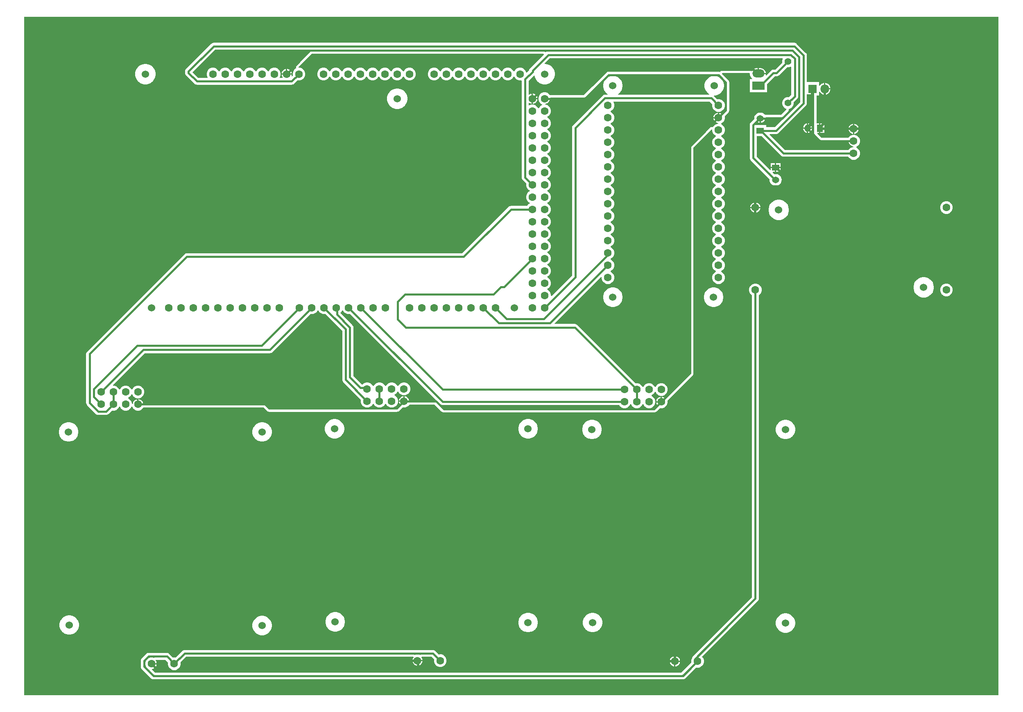
<source format=gbl>
G04*
G04 #@! TF.GenerationSoftware,Altium Limited,Altium Designer,21.8.1 (53)*
G04*
G04 Layer_Physical_Order=2*
G04 Layer_Color=16711680*
%FSLAX44Y44*%
%MOMM*%
G71*
G04*
G04 #@! TF.SameCoordinates,8ADACE41-6A2D-41FB-BF43-4A9E8EE8C82B*
G04*
G04*
G04 #@! TF.FilePolarity,Positive*
G04*
G01*
G75*
%ADD25C,0.5080*%
%ADD26C,0.3810*%
%ADD27R,1.7780X1.7780*%
%ADD28O,1.7780X1.9050*%
%ADD29R,1.3000X1.5000*%
%ADD30O,1.3000X1.5000*%
%ADD31R,1.5000X1.3000*%
%ADD32O,1.5000X1.3000*%
%ADD33C,1.6000*%
%ADD34C,1.5240*%
%ADD35C,1.4000*%
%ADD36R,2.5400X1.6510*%
%ADD37O,2.5400X1.6510*%
%ADD38C,0.6350*%
G36*
X2014220D02*
X0D01*
Y1400810D01*
X2014220D01*
Y0D01*
D02*
G37*
%LPC*%
G36*
X798012Y1295780D02*
X794568D01*
X791241Y1294889D01*
X788259Y1293167D01*
X785823Y1290731D01*
X784297Y1288088D01*
X783893Y1287975D01*
X783287D01*
X782883Y1288088D01*
X781357Y1290731D01*
X778921Y1293167D01*
X775939Y1294889D01*
X772612Y1295780D01*
X769168D01*
X765841Y1294889D01*
X762859Y1293167D01*
X760423Y1290731D01*
X758897Y1288088D01*
X758493Y1287975D01*
X757887D01*
X757483Y1288088D01*
X755957Y1290731D01*
X753521Y1293167D01*
X750539Y1294889D01*
X747212Y1295780D01*
X743768D01*
X740441Y1294889D01*
X737459Y1293167D01*
X735023Y1290731D01*
X733497Y1288088D01*
X733093Y1287975D01*
X732487D01*
X732083Y1288088D01*
X730557Y1290731D01*
X728121Y1293167D01*
X725139Y1294889D01*
X721812Y1295780D01*
X718368D01*
X715041Y1294889D01*
X712059Y1293167D01*
X709623Y1290731D01*
X708097Y1288088D01*
X707693Y1287975D01*
X707087D01*
X706683Y1288088D01*
X705157Y1290731D01*
X702721Y1293167D01*
X699739Y1294889D01*
X696412Y1295780D01*
X692968D01*
X689641Y1294889D01*
X686659Y1293167D01*
X684223Y1290731D01*
X682697Y1288088D01*
X682293Y1287975D01*
X681687D01*
X681283Y1288088D01*
X679757Y1290731D01*
X677321Y1293167D01*
X674339Y1294889D01*
X671012Y1295780D01*
X667568D01*
X664241Y1294889D01*
X661259Y1293167D01*
X658823Y1290731D01*
X657297Y1288088D01*
X656893Y1287975D01*
X656287D01*
X655883Y1288088D01*
X654357Y1290731D01*
X651921Y1293167D01*
X648939Y1294889D01*
X645612Y1295780D01*
X642168D01*
X638841Y1294889D01*
X635859Y1293167D01*
X633423Y1290731D01*
X631897Y1288088D01*
X631493Y1287975D01*
X630887D01*
X630483Y1288088D01*
X628957Y1290731D01*
X626521Y1293167D01*
X623539Y1294889D01*
X620212Y1295780D01*
X616768D01*
X613441Y1294889D01*
X610459Y1293167D01*
X608023Y1290731D01*
X606301Y1287749D01*
X605410Y1284422D01*
Y1280978D01*
X606301Y1277651D01*
X608023Y1274669D01*
X610459Y1272233D01*
X613441Y1270511D01*
X616768Y1269620D01*
X620212D01*
X623539Y1270511D01*
X626521Y1272233D01*
X628957Y1274669D01*
X630483Y1277312D01*
X630887Y1277425D01*
X631493D01*
X631897Y1277312D01*
X633423Y1274669D01*
X635859Y1272233D01*
X638841Y1270511D01*
X642168Y1269620D01*
X645612D01*
X648939Y1270511D01*
X651921Y1272233D01*
X654357Y1274669D01*
X655883Y1277312D01*
X656287Y1277425D01*
X656893D01*
X657297Y1277312D01*
X658823Y1274669D01*
X661259Y1272233D01*
X664241Y1270511D01*
X667568Y1269620D01*
X671012D01*
X674339Y1270511D01*
X677321Y1272233D01*
X679757Y1274669D01*
X681283Y1277312D01*
X681687Y1277425D01*
X682293D01*
X682697Y1277312D01*
X684223Y1274669D01*
X686659Y1272233D01*
X689641Y1270511D01*
X692968Y1269620D01*
X696412D01*
X699739Y1270511D01*
X702721Y1272233D01*
X705157Y1274669D01*
X706683Y1277312D01*
X707087Y1277425D01*
X707693D01*
X708097Y1277312D01*
X709623Y1274669D01*
X712059Y1272233D01*
X715041Y1270511D01*
X718368Y1269620D01*
X721812D01*
X725139Y1270511D01*
X728121Y1272233D01*
X730557Y1274669D01*
X732083Y1277312D01*
X732487Y1277425D01*
X733093D01*
X733497Y1277312D01*
X735023Y1274669D01*
X737459Y1272233D01*
X740441Y1270511D01*
X743768Y1269620D01*
X747212D01*
X750539Y1270511D01*
X753521Y1272233D01*
X755957Y1274669D01*
X757483Y1277312D01*
X757887Y1277425D01*
X758493D01*
X758897Y1277312D01*
X760423Y1274669D01*
X762859Y1272233D01*
X765841Y1270511D01*
X769168Y1269620D01*
X772612D01*
X775939Y1270511D01*
X778921Y1272233D01*
X781357Y1274669D01*
X782883Y1277312D01*
X783287Y1277425D01*
X783893D01*
X784297Y1277312D01*
X785823Y1274669D01*
X788259Y1272233D01*
X791241Y1270511D01*
X794568Y1269620D01*
X798012D01*
X801339Y1270511D01*
X804321Y1272233D01*
X806757Y1274669D01*
X808479Y1277651D01*
X809370Y1280978D01*
Y1284422D01*
X808479Y1287749D01*
X806757Y1290731D01*
X804321Y1293167D01*
X801339Y1294889D01*
X798012Y1295780D01*
D02*
G37*
G36*
X252266Y1303780D02*
X248114D01*
X244041Y1302970D01*
X240205Y1301381D01*
X236752Y1299074D01*
X233816Y1296138D01*
X231509Y1292685D01*
X229920Y1288849D01*
X229110Y1284776D01*
Y1280624D01*
X229920Y1276551D01*
X231509Y1272715D01*
X233816Y1269262D01*
X236752Y1266326D01*
X240205Y1264019D01*
X244041Y1262430D01*
X248114Y1261620D01*
X252266D01*
X256339Y1262430D01*
X260175Y1264019D01*
X263628Y1266326D01*
X266564Y1269262D01*
X268871Y1272715D01*
X270460Y1276551D01*
X271270Y1280624D01*
Y1284776D01*
X270460Y1288849D01*
X268871Y1292685D01*
X266564Y1296138D01*
X263628Y1299074D01*
X260175Y1301381D01*
X256339Y1302970D01*
X252266Y1303780D01*
D02*
G37*
G36*
X1656080Y1264216D02*
Y1253490D01*
X1666255D01*
X1665946Y1255839D01*
X1664794Y1258619D01*
X1662962Y1261007D01*
X1660574Y1262839D01*
X1657794Y1263991D01*
X1656080Y1264216D01*
D02*
G37*
G36*
X1666255Y1250950D02*
X1656080D01*
Y1240224D01*
X1657794Y1240449D01*
X1660574Y1241601D01*
X1662962Y1243433D01*
X1664794Y1245821D01*
X1665946Y1248601D01*
X1666255Y1250950D01*
D02*
G37*
G36*
X1591767Y1347291D02*
X391556D01*
X389733Y1347051D01*
X388033Y1346347D01*
X386574Y1345228D01*
X334416Y1293070D01*
X333297Y1291611D01*
X332593Y1289912D01*
X332353Y1288088D01*
Y1284932D01*
X332593Y1283108D01*
X333297Y1281409D01*
X334416Y1279950D01*
X351633Y1262733D01*
X353092Y1261614D01*
X354792Y1260910D01*
X356615Y1260670D01*
X552705D01*
X554528Y1260910D01*
X556228Y1261614D01*
X557687Y1262733D01*
X564868Y1269915D01*
X565968Y1269620D01*
X569412D01*
X572739Y1270511D01*
X575721Y1272233D01*
X578157Y1274669D01*
X579879Y1277651D01*
X580770Y1280978D01*
Y1284422D01*
X579879Y1287749D01*
X578157Y1290731D01*
X575721Y1293167D01*
X572739Y1294889D01*
X569412Y1295780D01*
X567130D01*
X566604Y1297050D01*
X593864Y1324311D01*
X1073172D01*
X1073658Y1323137D01*
X1045755Y1295235D01*
X1044636Y1293775D01*
X1043932Y1292076D01*
X1043695Y1290276D01*
X1038841Y1285422D01*
X1037614Y1285751D01*
X1037079Y1287749D01*
X1035357Y1290731D01*
X1032921Y1293167D01*
X1029939Y1294889D01*
X1026612Y1295780D01*
X1023168D01*
X1019841Y1294889D01*
X1016859Y1293167D01*
X1014423Y1290731D01*
X1012897Y1288088D01*
X1012493Y1287975D01*
X1011887D01*
X1011483Y1288088D01*
X1009957Y1290731D01*
X1007521Y1293167D01*
X1004539Y1294889D01*
X1001212Y1295780D01*
X997768D01*
X994441Y1294889D01*
X991459Y1293167D01*
X989023Y1290731D01*
X987497Y1288088D01*
X987093Y1287975D01*
X986487D01*
X986083Y1288088D01*
X984557Y1290731D01*
X982121Y1293167D01*
X979139Y1294889D01*
X975812Y1295780D01*
X972368D01*
X969041Y1294889D01*
X966059Y1293167D01*
X963623Y1290731D01*
X962097Y1288088D01*
X961693Y1287975D01*
X961087D01*
X960683Y1288088D01*
X959157Y1290731D01*
X956721Y1293167D01*
X953739Y1294889D01*
X950412Y1295780D01*
X946968D01*
X943641Y1294889D01*
X940659Y1293167D01*
X938223Y1290731D01*
X936697Y1288088D01*
X936293Y1287975D01*
X935687D01*
X935283Y1288088D01*
X933757Y1290731D01*
X931321Y1293167D01*
X928339Y1294889D01*
X925012Y1295780D01*
X921568D01*
X918241Y1294889D01*
X915259Y1293167D01*
X912823Y1290731D01*
X911297Y1288088D01*
X910893Y1287975D01*
X910287D01*
X909883Y1288088D01*
X908357Y1290731D01*
X905921Y1293167D01*
X902939Y1294889D01*
X899612Y1295780D01*
X896168D01*
X892841Y1294889D01*
X889859Y1293167D01*
X887423Y1290731D01*
X885897Y1288088D01*
X885493Y1287975D01*
X884887D01*
X884483Y1288088D01*
X882957Y1290731D01*
X880521Y1293167D01*
X877539Y1294889D01*
X874212Y1295780D01*
X870768D01*
X867441Y1294889D01*
X864459Y1293167D01*
X862023Y1290731D01*
X860497Y1288088D01*
X860093Y1287975D01*
X859487D01*
X859083Y1288088D01*
X857557Y1290731D01*
X855121Y1293167D01*
X852139Y1294889D01*
X848812Y1295780D01*
X845368D01*
X842041Y1294889D01*
X839059Y1293167D01*
X836623Y1290731D01*
X834901Y1287749D01*
X834010Y1284422D01*
Y1280978D01*
X834901Y1277651D01*
X836623Y1274669D01*
X839059Y1272233D01*
X842041Y1270511D01*
X845368Y1269620D01*
X848812D01*
X852139Y1270511D01*
X855121Y1272233D01*
X857557Y1274669D01*
X859083Y1277312D01*
X859487Y1277425D01*
X860093D01*
X860497Y1277312D01*
X862023Y1274669D01*
X864459Y1272233D01*
X867441Y1270511D01*
X870768Y1269620D01*
X874212D01*
X877539Y1270511D01*
X880521Y1272233D01*
X882957Y1274669D01*
X884483Y1277312D01*
X884887Y1277425D01*
X885493D01*
X885897Y1277312D01*
X887423Y1274669D01*
X889859Y1272233D01*
X892841Y1270511D01*
X896168Y1269620D01*
X899612D01*
X902939Y1270511D01*
X905921Y1272233D01*
X908357Y1274669D01*
X909883Y1277312D01*
X910287Y1277425D01*
X910893D01*
X911297Y1277312D01*
X912823Y1274669D01*
X915259Y1272233D01*
X918241Y1270511D01*
X921568Y1269620D01*
X925012D01*
X928339Y1270511D01*
X931321Y1272233D01*
X933757Y1274669D01*
X935283Y1277312D01*
X935687Y1277425D01*
X936293D01*
X936697Y1277312D01*
X938223Y1274669D01*
X940659Y1272233D01*
X943641Y1270511D01*
X946968Y1269620D01*
X950412D01*
X953739Y1270511D01*
X956721Y1272233D01*
X959157Y1274669D01*
X960683Y1277312D01*
X961087Y1277425D01*
X961693D01*
X962097Y1277312D01*
X963623Y1274669D01*
X966059Y1272233D01*
X969041Y1270511D01*
X972368Y1269620D01*
X975812D01*
X979139Y1270511D01*
X982121Y1272233D01*
X984557Y1274669D01*
X986083Y1277312D01*
X986487Y1277425D01*
X987093D01*
X987497Y1277312D01*
X989023Y1274669D01*
X991459Y1272233D01*
X994441Y1270511D01*
X997768Y1269620D01*
X1001212D01*
X1004539Y1270511D01*
X1007521Y1272233D01*
X1009957Y1274669D01*
X1011483Y1277312D01*
X1011887Y1277425D01*
X1012493D01*
X1012897Y1277312D01*
X1014423Y1274669D01*
X1016859Y1272233D01*
X1019841Y1270511D01*
X1023168Y1269620D01*
X1026612D01*
X1027252Y1269791D01*
X1028260Y1269018D01*
Y1069085D01*
X1028500Y1067262D01*
X1029204Y1065562D01*
X1030323Y1064103D01*
X1037505Y1056922D01*
X1037210Y1055822D01*
Y1052378D01*
X1038101Y1049051D01*
X1039823Y1046069D01*
X1042259Y1043633D01*
X1044902Y1042107D01*
X1045015Y1041703D01*
Y1041097D01*
X1044902Y1040693D01*
X1042259Y1039167D01*
X1039823Y1036731D01*
X1038101Y1033749D01*
X1037210Y1030422D01*
Y1026978D01*
X1038101Y1023651D01*
X1039823Y1020669D01*
X1042259Y1018233D01*
X1044902Y1016707D01*
X1045015Y1016303D01*
Y1015697D01*
X1044902Y1015293D01*
X1042259Y1013767D01*
X1039823Y1011331D01*
X1039254Y1010345D01*
X1005968D01*
X1004144Y1010105D01*
X1002445Y1009401D01*
X1000986Y1008282D01*
X905043Y912339D01*
X335578D01*
X333755Y912099D01*
X332056Y911395D01*
X330597Y910276D01*
X129893Y709572D01*
X128774Y708113D01*
X128070Y706414D01*
X127830Y704591D01*
Y603393D01*
X128070Y601570D01*
X128774Y599870D01*
X129893Y598411D01*
X147561Y580743D01*
X149020Y579624D01*
X150720Y578920D01*
X152543Y578680D01*
X169165D01*
X170988Y578920D01*
X172688Y579624D01*
X174147Y580743D01*
X181328Y587925D01*
X182428Y587630D01*
X185872D01*
X189199Y588521D01*
X192181Y590243D01*
X194617Y592679D01*
X196143Y595322D01*
X196547Y595435D01*
X197153D01*
X197557Y595322D01*
X199083Y592679D01*
X201519Y590243D01*
X204501Y588521D01*
X207828Y587630D01*
X211272D01*
X214599Y588521D01*
X217581Y590243D01*
X220017Y592679D01*
X221543Y595322D01*
X221947Y595435D01*
X222553D01*
X222957Y595322D01*
X224483Y592679D01*
X226919Y590243D01*
X229901Y588521D01*
X233228Y587630D01*
X236672D01*
X239999Y588521D01*
X242981Y590243D01*
X245417Y592679D01*
X245986Y593665D01*
X494722D01*
X501293Y587093D01*
X502753Y585974D01*
X504452Y585270D01*
X506275Y585030D01*
X769875D01*
X771698Y585270D01*
X773398Y585974D01*
X774857Y587093D01*
X782038Y594275D01*
X783138Y593980D01*
X786582D01*
X789909Y594871D01*
X792891Y596593D01*
X795327Y599029D01*
X795896Y600015D01*
X848109D01*
X862301Y585823D01*
X863760Y584704D01*
X865459Y584000D01*
X867283Y583760D01*
X1302005D01*
X1303828Y584000D01*
X1305528Y584704D01*
X1306987Y585823D01*
X1314168Y593005D01*
X1315268Y592710D01*
X1318712D01*
X1322039Y593601D01*
X1325021Y595323D01*
X1327457Y597759D01*
X1329179Y600741D01*
X1330070Y604068D01*
Y607512D01*
X1329775Y608612D01*
X1381027Y659863D01*
X1382146Y661322D01*
X1382850Y663022D01*
X1383090Y664845D01*
Y1130557D01*
X1420750Y1168216D01*
X1422020Y1167691D01*
Y1165408D01*
X1422911Y1162081D01*
X1424633Y1159099D01*
X1427069Y1156663D01*
X1429712Y1155137D01*
X1429825Y1154733D01*
Y1154127D01*
X1429712Y1153723D01*
X1427069Y1152197D01*
X1424633Y1149761D01*
X1422911Y1146779D01*
X1422020Y1143452D01*
Y1140008D01*
X1422911Y1136681D01*
X1424633Y1133699D01*
X1427069Y1131263D01*
X1429712Y1129737D01*
X1429825Y1129333D01*
Y1128727D01*
X1429712Y1128323D01*
X1427069Y1126797D01*
X1424633Y1124361D01*
X1422911Y1121379D01*
X1422020Y1118052D01*
Y1114608D01*
X1422911Y1111281D01*
X1424633Y1108299D01*
X1427069Y1105863D01*
X1429712Y1104337D01*
X1429825Y1103933D01*
Y1103327D01*
X1429712Y1102923D01*
X1427069Y1101397D01*
X1424633Y1098961D01*
X1422911Y1095979D01*
X1422020Y1092652D01*
Y1089208D01*
X1422911Y1085881D01*
X1424633Y1082899D01*
X1427069Y1080463D01*
X1429712Y1078937D01*
X1429825Y1078533D01*
Y1077927D01*
X1429712Y1077523D01*
X1427069Y1075997D01*
X1424633Y1073561D01*
X1422911Y1070579D01*
X1422020Y1067252D01*
Y1063808D01*
X1422911Y1060481D01*
X1424633Y1057499D01*
X1427069Y1055063D01*
X1429712Y1053537D01*
X1429825Y1053133D01*
Y1052527D01*
X1429712Y1052123D01*
X1427069Y1050597D01*
X1424633Y1048161D01*
X1422911Y1045179D01*
X1422020Y1041852D01*
Y1038408D01*
X1422911Y1035081D01*
X1424633Y1032099D01*
X1427069Y1029663D01*
X1429712Y1028137D01*
X1429825Y1027733D01*
Y1027127D01*
X1429712Y1026723D01*
X1427069Y1025197D01*
X1424633Y1022761D01*
X1422911Y1019779D01*
X1422020Y1016452D01*
Y1013008D01*
X1422911Y1009681D01*
X1424633Y1006699D01*
X1427069Y1004263D01*
X1429712Y1002737D01*
X1429825Y1002333D01*
Y1001727D01*
X1429712Y1001323D01*
X1427069Y999797D01*
X1424633Y997361D01*
X1422911Y994379D01*
X1422020Y991052D01*
Y987608D01*
X1422911Y984281D01*
X1424633Y981299D01*
X1427069Y978863D01*
X1429712Y977337D01*
X1429825Y976933D01*
Y976327D01*
X1429712Y975923D01*
X1427069Y974397D01*
X1424633Y971961D01*
X1422911Y968979D01*
X1422020Y965652D01*
Y962208D01*
X1422911Y958881D01*
X1424633Y955899D01*
X1427069Y953463D01*
X1429712Y951937D01*
X1429825Y951533D01*
Y950927D01*
X1429712Y950523D01*
X1427069Y948997D01*
X1424633Y946561D01*
X1422911Y943579D01*
X1422020Y940252D01*
Y936808D01*
X1422911Y933481D01*
X1424633Y930499D01*
X1427069Y928063D01*
X1429712Y926537D01*
X1429825Y926133D01*
Y925527D01*
X1429712Y925123D01*
X1427069Y923597D01*
X1424633Y921161D01*
X1422911Y918179D01*
X1422020Y914852D01*
Y911408D01*
X1422911Y908081D01*
X1424633Y905099D01*
X1427069Y902663D01*
X1429712Y901137D01*
X1429825Y900733D01*
Y900127D01*
X1429712Y899723D01*
X1427069Y898197D01*
X1424633Y895761D01*
X1422911Y892779D01*
X1422020Y889452D01*
Y886008D01*
X1422911Y882681D01*
X1424633Y879699D01*
X1427069Y877263D01*
X1429712Y875737D01*
X1429825Y875333D01*
Y874727D01*
X1429712Y874323D01*
X1427069Y872797D01*
X1424633Y870361D01*
X1422911Y867379D01*
X1422020Y864052D01*
Y860608D01*
X1422911Y857281D01*
X1424633Y854299D01*
X1427069Y851863D01*
X1430051Y850141D01*
X1433378Y849250D01*
X1436822D01*
X1440149Y850141D01*
X1443131Y851863D01*
X1445567Y854299D01*
X1447289Y857281D01*
X1448180Y860608D01*
Y864052D01*
X1447289Y867379D01*
X1445567Y870361D01*
X1443131Y872797D01*
X1440488Y874323D01*
X1440375Y874727D01*
Y875333D01*
X1440488Y875737D01*
X1443131Y877263D01*
X1445567Y879699D01*
X1447289Y882681D01*
X1448180Y886008D01*
Y889452D01*
X1447289Y892779D01*
X1445567Y895761D01*
X1443131Y898197D01*
X1440488Y899723D01*
X1440375Y900127D01*
Y900733D01*
X1440488Y901137D01*
X1443131Y902663D01*
X1445567Y905099D01*
X1447289Y908081D01*
X1448180Y911408D01*
Y914852D01*
X1447289Y918179D01*
X1445567Y921161D01*
X1443131Y923597D01*
X1440488Y925123D01*
X1440375Y925527D01*
Y926133D01*
X1440488Y926537D01*
X1443131Y928063D01*
X1445567Y930499D01*
X1447289Y933481D01*
X1448180Y936808D01*
Y940252D01*
X1447289Y943579D01*
X1445567Y946561D01*
X1443131Y948997D01*
X1440488Y950523D01*
X1440375Y950927D01*
Y951533D01*
X1440488Y951937D01*
X1443131Y953463D01*
X1445567Y955899D01*
X1447289Y958881D01*
X1448180Y962208D01*
Y965652D01*
X1447289Y968979D01*
X1445567Y971961D01*
X1443131Y974397D01*
X1440488Y975923D01*
X1440375Y976327D01*
Y976933D01*
X1440488Y977337D01*
X1443131Y978863D01*
X1445567Y981299D01*
X1447289Y984281D01*
X1448180Y987608D01*
Y991052D01*
X1447289Y994379D01*
X1445567Y997361D01*
X1443131Y999797D01*
X1440488Y1001323D01*
X1440375Y1001727D01*
Y1002333D01*
X1440488Y1002737D01*
X1443131Y1004263D01*
X1445567Y1006699D01*
X1447289Y1009681D01*
X1448180Y1013008D01*
Y1016452D01*
X1447289Y1019779D01*
X1445567Y1022761D01*
X1443131Y1025197D01*
X1440488Y1026723D01*
X1440375Y1027127D01*
Y1027733D01*
X1440488Y1028137D01*
X1443131Y1029663D01*
X1445567Y1032099D01*
X1447289Y1035081D01*
X1448180Y1038408D01*
Y1041852D01*
X1447289Y1045179D01*
X1445567Y1048161D01*
X1443131Y1050597D01*
X1440488Y1052123D01*
X1440375Y1052527D01*
Y1053133D01*
X1440488Y1053537D01*
X1443131Y1055063D01*
X1445567Y1057499D01*
X1447289Y1060481D01*
X1448180Y1063808D01*
Y1067252D01*
X1447289Y1070579D01*
X1445567Y1073561D01*
X1443131Y1075997D01*
X1440488Y1077523D01*
X1440375Y1077927D01*
Y1078533D01*
X1440488Y1078937D01*
X1443131Y1080463D01*
X1445567Y1082899D01*
X1447289Y1085881D01*
X1448180Y1089208D01*
Y1092652D01*
X1447289Y1095979D01*
X1445567Y1098961D01*
X1443131Y1101397D01*
X1440488Y1102923D01*
X1440375Y1103327D01*
Y1103933D01*
X1440488Y1104337D01*
X1443131Y1105863D01*
X1445567Y1108299D01*
X1447289Y1111281D01*
X1448180Y1114608D01*
Y1118052D01*
X1447289Y1121379D01*
X1445567Y1124361D01*
X1443131Y1126797D01*
X1440488Y1128323D01*
X1440375Y1128727D01*
Y1129333D01*
X1440488Y1129737D01*
X1443131Y1131263D01*
X1445567Y1133699D01*
X1447289Y1136681D01*
X1448180Y1140008D01*
Y1143452D01*
X1447289Y1146779D01*
X1445567Y1149761D01*
X1443131Y1152197D01*
X1440488Y1153723D01*
X1440375Y1154127D01*
Y1154733D01*
X1440488Y1155137D01*
X1443131Y1156663D01*
X1445567Y1159099D01*
X1447289Y1162081D01*
X1448180Y1165408D01*
Y1168852D01*
X1447289Y1172179D01*
X1445567Y1175161D01*
X1443131Y1177597D01*
X1440488Y1179123D01*
X1440375Y1179527D01*
Y1180133D01*
X1440488Y1180537D01*
X1443131Y1182063D01*
X1445567Y1184499D01*
X1447289Y1187481D01*
X1448180Y1190808D01*
Y1194252D01*
X1447885Y1195352D01*
X1455067Y1202533D01*
X1456186Y1203992D01*
X1456890Y1205692D01*
X1457130Y1207515D01*
Y1265786D01*
X1456890Y1267610D01*
X1456186Y1269309D01*
X1455067Y1270768D01*
X1442464Y1283371D01*
X1442950Y1284545D01*
X1499251D01*
X1499755Y1283970D01*
X1500213Y1280489D01*
X1501557Y1277245D01*
X1503694Y1274459D01*
X1505368Y1273175D01*
X1504937Y1271905D01*
X1499870D01*
Y1245235D01*
X1535430D01*
Y1261942D01*
X1551479Y1277991D01*
X1555165D01*
X1556989Y1278231D01*
X1558688Y1278935D01*
X1560147Y1280054D01*
X1576605Y1296512D01*
X1577020Y1296401D01*
X1580200D01*
X1583273Y1297224D01*
X1584450Y1297904D01*
X1585550Y1297269D01*
Y1239659D01*
X1580615Y1234725D01*
X1580200Y1234836D01*
X1577020D01*
X1573947Y1234013D01*
X1571193Y1232422D01*
X1568944Y1230173D01*
X1567353Y1227419D01*
X1566530Y1224346D01*
Y1221166D01*
X1567353Y1218093D01*
X1568944Y1215339D01*
X1571193Y1213090D01*
X1573947Y1211499D01*
X1575260Y1211147D01*
X1575589Y1209921D01*
X1563974Y1198305D01*
X1531650D01*
X1530719Y1199519D01*
X1528300Y1201375D01*
X1525483Y1202542D01*
X1522460Y1202940D01*
X1520460D01*
X1517437Y1202542D01*
X1514620Y1201375D01*
X1512201Y1199519D01*
X1510345Y1197100D01*
X1509178Y1194283D01*
X1508780Y1191260D01*
X1508980Y1189743D01*
X1501993Y1182757D01*
X1500874Y1181298D01*
X1500170Y1179598D01*
X1499930Y1177775D01*
Y1109495D01*
X1500170Y1107672D01*
X1500874Y1105972D01*
X1501993Y1104513D01*
X1540730Y1065777D01*
X1540530Y1064260D01*
X1540928Y1061237D01*
X1542095Y1058420D01*
X1543951Y1056001D01*
X1546370Y1054145D01*
X1549187Y1052978D01*
X1552210Y1052580D01*
X1554210D01*
X1557233Y1052978D01*
X1560050Y1054145D01*
X1562469Y1056001D01*
X1564325Y1058420D01*
X1565492Y1061237D01*
X1565890Y1064260D01*
X1565492Y1067283D01*
X1564325Y1070100D01*
X1562469Y1072519D01*
X1560050Y1074375D01*
X1557233Y1075542D01*
X1554210Y1075940D01*
X1552210D01*
X1550693Y1075740D01*
X1546987Y1079447D01*
X1547473Y1080620D01*
X1551940D01*
Y1088390D01*
X1543170D01*
Y1084923D01*
X1541997Y1084437D01*
X1514020Y1112413D01*
Y1154280D01*
X1524077D01*
X1564468Y1113888D01*
X1565927Y1112769D01*
X1567627Y1112065D01*
X1569450Y1111825D01*
X1703464D01*
X1704033Y1110839D01*
X1706469Y1108403D01*
X1709451Y1106681D01*
X1712778Y1105790D01*
X1716222D01*
X1719549Y1106681D01*
X1722531Y1108403D01*
X1724967Y1110839D01*
X1726689Y1113821D01*
X1727580Y1117148D01*
Y1120592D01*
X1726689Y1123919D01*
X1724967Y1126901D01*
X1722531Y1129337D01*
X1719888Y1130863D01*
X1719775Y1131267D01*
Y1131873D01*
X1719888Y1132277D01*
X1722531Y1133803D01*
X1724967Y1136239D01*
X1726689Y1139221D01*
X1727580Y1142548D01*
Y1145992D01*
X1726689Y1149319D01*
X1724967Y1152301D01*
X1722531Y1154737D01*
X1719549Y1156459D01*
X1716222Y1157350D01*
X1712778D01*
X1709451Y1156459D01*
X1706469Y1154737D01*
X1704033Y1152301D01*
X1703464Y1151315D01*
X1647838D01*
X1639427Y1159727D01*
X1639913Y1160900D01*
X1643380D01*
Y1170940D01*
Y1180980D01*
X1638552D01*
X1637715Y1181935D01*
X1637736Y1182100D01*
Y1238250D01*
X1643380D01*
Y1245993D01*
X1644650Y1246245D01*
X1644826Y1245821D01*
X1646658Y1243433D01*
X1649046Y1241601D01*
X1651826Y1240449D01*
X1653540Y1240224D01*
Y1252220D01*
Y1264216D01*
X1651826Y1263991D01*
X1649046Y1262839D01*
X1646658Y1261007D01*
X1644826Y1258619D01*
X1644650Y1258195D01*
X1643380Y1258447D01*
Y1266190D01*
X1617420D01*
Y1321638D01*
X1617180Y1323462D01*
X1616476Y1325161D01*
X1615357Y1326620D01*
X1596749Y1345228D01*
X1595290Y1346347D01*
X1593591Y1347051D01*
X1591767Y1347291D01*
D02*
G37*
G36*
X772966Y1252980D02*
X768814D01*
X764741Y1252170D01*
X760905Y1250581D01*
X757452Y1248274D01*
X754516Y1245338D01*
X752209Y1241885D01*
X750620Y1238049D01*
X749810Y1233976D01*
Y1229824D01*
X750620Y1225751D01*
X752209Y1221915D01*
X754516Y1218462D01*
X757452Y1215526D01*
X760905Y1213219D01*
X764741Y1211630D01*
X768814Y1210820D01*
X772966D01*
X777039Y1211630D01*
X780875Y1213219D01*
X784328Y1215526D01*
X787264Y1218462D01*
X789571Y1221915D01*
X791160Y1225751D01*
X791970Y1229824D01*
Y1233976D01*
X791160Y1238049D01*
X789571Y1241885D01*
X787264Y1245338D01*
X784328Y1248274D01*
X780875Y1250581D01*
X777039Y1252170D01*
X772966Y1252980D01*
D02*
G37*
G36*
X1653690Y1180980D02*
X1645920D01*
Y1172210D01*
X1653690D01*
Y1180980D01*
D02*
G37*
G36*
X1715888Y1180210D02*
X1715770D01*
Y1170940D01*
X1725040D01*
Y1171058D01*
X1724322Y1173738D01*
X1722934Y1176142D01*
X1720972Y1178104D01*
X1718568Y1179492D01*
X1715888Y1180210D01*
D02*
G37*
G36*
X1713230D02*
X1713112D01*
X1710432Y1179492D01*
X1708028Y1178104D01*
X1706066Y1176142D01*
X1704678Y1173738D01*
X1703960Y1171058D01*
Y1170940D01*
X1713230D01*
Y1180210D01*
D02*
G37*
G36*
X1653690Y1169670D02*
X1645920D01*
Y1160900D01*
X1653690D01*
Y1169670D01*
D02*
G37*
G36*
X1725040Y1168400D02*
X1715770D01*
Y1159130D01*
X1715888D01*
X1718568Y1159848D01*
X1720972Y1161236D01*
X1722934Y1163198D01*
X1724322Y1165602D01*
X1725040Y1168282D01*
Y1168400D01*
D02*
G37*
G36*
X1713230D02*
X1703960D01*
Y1168282D01*
X1704678Y1165602D01*
X1706066Y1163198D01*
X1708028Y1161236D01*
X1710432Y1159848D01*
X1713112Y1159130D01*
X1713230D01*
Y1168400D01*
D02*
G37*
G36*
X1563250Y1098700D02*
X1554480D01*
Y1090930D01*
X1563250D01*
Y1098700D01*
D02*
G37*
G36*
X1551940D02*
X1543170D01*
Y1090930D01*
X1551940D01*
Y1098700D01*
D02*
G37*
G36*
X1563250Y1088390D02*
X1554480D01*
Y1080620D01*
X1563250D01*
Y1088390D01*
D02*
G37*
G36*
X1512688Y1017650D02*
X1512570D01*
Y1008380D01*
X1521840D01*
Y1008498D01*
X1521122Y1011178D01*
X1519734Y1013582D01*
X1517772Y1015544D01*
X1515368Y1016932D01*
X1512688Y1017650D01*
D02*
G37*
G36*
X1510030D02*
X1509912D01*
X1507232Y1016932D01*
X1504828Y1015544D01*
X1502866Y1013582D01*
X1501478Y1011178D01*
X1500760Y1008498D01*
Y1008380D01*
X1510030D01*
Y1017650D01*
D02*
G37*
G36*
X1521840Y1005840D02*
X1512570D01*
Y996570D01*
X1512688D01*
X1515368Y997288D01*
X1517772Y998676D01*
X1519734Y1000638D01*
X1521122Y1003042D01*
X1521840Y1005722D01*
Y1005840D01*
D02*
G37*
G36*
X1510030D02*
X1500760D01*
Y1005722D01*
X1501478Y1003042D01*
X1502866Y1000638D01*
X1504828Y998676D01*
X1507232Y997288D01*
X1509912Y996570D01*
X1510030D01*
Y1005840D01*
D02*
G37*
G36*
X1907992Y1020190D02*
X1904548D01*
X1901221Y1019299D01*
X1898239Y1017577D01*
X1895803Y1015141D01*
X1894081Y1012159D01*
X1893190Y1008832D01*
Y1005388D01*
X1894081Y1002061D01*
X1895803Y999079D01*
X1898239Y996643D01*
X1901221Y994921D01*
X1904548Y994030D01*
X1907992D01*
X1911319Y994921D01*
X1914301Y996643D01*
X1916737Y999079D01*
X1918459Y1002061D01*
X1919350Y1005388D01*
Y1008832D01*
X1918459Y1012159D01*
X1916737Y1015141D01*
X1914301Y1017577D01*
X1911319Y1019299D01*
X1907992Y1020190D01*
D02*
G37*
G36*
X1561636Y1023110D02*
X1557484D01*
X1553411Y1022300D01*
X1549575Y1020711D01*
X1546122Y1018404D01*
X1543186Y1015468D01*
X1540879Y1012015D01*
X1539290Y1008179D01*
X1538480Y1004106D01*
Y999954D01*
X1539290Y995881D01*
X1540879Y992045D01*
X1543186Y988592D01*
X1546122Y985656D01*
X1549575Y983349D01*
X1553411Y981760D01*
X1557484Y980950D01*
X1561636D01*
X1565709Y981760D01*
X1569545Y983349D01*
X1572998Y985656D01*
X1575934Y988592D01*
X1578241Y992045D01*
X1579830Y995881D01*
X1580640Y999954D01*
Y1004106D01*
X1579830Y1008179D01*
X1578241Y1012015D01*
X1575934Y1015468D01*
X1572998Y1018404D01*
X1569545Y1020711D01*
X1565709Y1022300D01*
X1561636Y1023110D01*
D02*
G37*
G36*
X1907992Y850010D02*
X1904548D01*
X1901221Y849119D01*
X1898239Y847397D01*
X1895803Y844961D01*
X1894081Y841979D01*
X1893190Y838652D01*
Y835208D01*
X1894081Y831881D01*
X1895803Y828899D01*
X1898239Y826463D01*
X1901221Y824741D01*
X1904548Y823850D01*
X1907992D01*
X1911319Y824741D01*
X1914301Y826463D01*
X1916737Y828899D01*
X1918459Y831881D01*
X1919350Y835208D01*
Y838652D01*
X1918459Y841979D01*
X1916737Y844961D01*
X1914301Y847397D01*
X1911319Y849119D01*
X1907992Y850010D01*
D02*
G37*
G36*
X1861356Y863090D02*
X1857204D01*
X1853131Y862280D01*
X1849295Y860691D01*
X1845842Y858384D01*
X1842906Y855448D01*
X1840599Y851995D01*
X1839010Y848159D01*
X1838200Y844086D01*
Y839934D01*
X1839010Y835861D01*
X1840599Y832025D01*
X1842906Y828572D01*
X1845842Y825636D01*
X1849295Y823329D01*
X1853131Y821740D01*
X1857204Y820930D01*
X1861356D01*
X1865429Y821740D01*
X1869265Y823329D01*
X1872718Y825636D01*
X1875654Y828572D01*
X1877961Y832025D01*
X1879550Y835861D01*
X1880360Y839934D01*
Y844086D01*
X1879550Y848159D01*
X1877961Y851995D01*
X1875654Y855448D01*
X1872718Y858384D01*
X1869265Y860691D01*
X1865429Y862280D01*
X1861356Y863090D01*
D02*
G37*
G36*
X1426918Y841770D02*
X1422962D01*
X1419083Y840998D01*
X1415429Y839485D01*
X1412140Y837287D01*
X1409343Y834490D01*
X1407145Y831201D01*
X1405632Y827547D01*
X1404860Y823668D01*
Y819712D01*
X1405632Y815833D01*
X1407145Y812179D01*
X1409343Y808890D01*
X1412140Y806093D01*
X1415429Y803895D01*
X1419083Y802382D01*
X1422962Y801610D01*
X1426918D01*
X1430797Y802382D01*
X1434451Y803895D01*
X1437740Y806093D01*
X1440537Y808890D01*
X1442735Y812179D01*
X1444248Y815833D01*
X1445020Y819712D01*
Y823668D01*
X1444248Y827547D01*
X1442735Y831201D01*
X1440537Y834490D01*
X1437740Y837287D01*
X1434451Y839485D01*
X1430797Y840998D01*
X1426918Y841770D01*
D02*
G37*
G36*
X1043378Y569990D02*
X1039422D01*
X1035543Y569218D01*
X1031889Y567705D01*
X1028600Y565507D01*
X1025803Y562710D01*
X1023605Y559421D01*
X1022092Y555767D01*
X1021320Y551888D01*
Y547932D01*
X1022092Y544053D01*
X1023605Y540399D01*
X1025803Y537110D01*
X1028600Y534313D01*
X1031889Y532115D01*
X1035543Y530602D01*
X1039422Y529830D01*
X1043378D01*
X1047257Y530602D01*
X1050911Y532115D01*
X1054200Y534313D01*
X1056997Y537110D01*
X1059195Y540399D01*
X1060708Y544053D01*
X1061480Y547932D01*
Y551888D01*
X1060708Y555767D01*
X1059195Y559421D01*
X1056997Y562710D01*
X1054200Y565507D01*
X1050911Y567705D01*
X1047257Y569218D01*
X1043378Y569990D01*
D02*
G37*
G36*
X643328D02*
X639372D01*
X635493Y569218D01*
X631839Y567705D01*
X628550Y565507D01*
X625753Y562710D01*
X623555Y559421D01*
X622042Y555767D01*
X621270Y551888D01*
Y547932D01*
X622042Y544053D01*
X623555Y540399D01*
X625753Y537110D01*
X628550Y534313D01*
X631839Y532115D01*
X635493Y530602D01*
X639372Y529830D01*
X643328D01*
X647207Y530602D01*
X650861Y532115D01*
X654150Y534313D01*
X656947Y537110D01*
X659145Y540399D01*
X660658Y544053D01*
X661430Y547932D01*
Y551888D01*
X660658Y555767D01*
X659145Y559421D01*
X656947Y562710D01*
X654150Y565507D01*
X650861Y567705D01*
X647207Y569218D01*
X643328Y569990D01*
D02*
G37*
G36*
X1575508Y568720D02*
X1571552D01*
X1567673Y567948D01*
X1564019Y566435D01*
X1560730Y564237D01*
X1557933Y561440D01*
X1555735Y558151D01*
X1554222Y554497D01*
X1553450Y550618D01*
Y546662D01*
X1554222Y542783D01*
X1555735Y539129D01*
X1557933Y535840D01*
X1560730Y533043D01*
X1564019Y530845D01*
X1567673Y529332D01*
X1571552Y528560D01*
X1575508D01*
X1579387Y529332D01*
X1583041Y530845D01*
X1586330Y533043D01*
X1589127Y535840D01*
X1591325Y539129D01*
X1592838Y542783D01*
X1593610Y546662D01*
Y550618D01*
X1592838Y554497D01*
X1591325Y558151D01*
X1589127Y561440D01*
X1586330Y564237D01*
X1583041Y566435D01*
X1579387Y567948D01*
X1575508Y568720D01*
D02*
G37*
G36*
X1175458D02*
X1171502D01*
X1167623Y567948D01*
X1163969Y566435D01*
X1160680Y564237D01*
X1157883Y561440D01*
X1155685Y558151D01*
X1154172Y554497D01*
X1153400Y550618D01*
Y546662D01*
X1154172Y542783D01*
X1155685Y539129D01*
X1157883Y535840D01*
X1160680Y533043D01*
X1163969Y530845D01*
X1167623Y529332D01*
X1171502Y528560D01*
X1175458D01*
X1179337Y529332D01*
X1182991Y530845D01*
X1186280Y533043D01*
X1189077Y535840D01*
X1191275Y539129D01*
X1192788Y542783D01*
X1193560Y546662D01*
Y550618D01*
X1192788Y554497D01*
X1191275Y558151D01*
X1189077Y561440D01*
X1186280Y564237D01*
X1182991Y566435D01*
X1179337Y567948D01*
X1175458Y568720D01*
D02*
G37*
G36*
X493468Y563640D02*
X489512D01*
X485633Y562868D01*
X481979Y561355D01*
X478690Y559157D01*
X475893Y556360D01*
X473695Y553071D01*
X472182Y549417D01*
X471410Y545538D01*
Y541582D01*
X472182Y537703D01*
X473695Y534049D01*
X475893Y530760D01*
X478690Y527963D01*
X481979Y525765D01*
X485633Y524252D01*
X489512Y523480D01*
X493468D01*
X497347Y524252D01*
X501001Y525765D01*
X504290Y527963D01*
X507087Y530760D01*
X509285Y534049D01*
X510798Y537703D01*
X511570Y541582D01*
Y545538D01*
X510798Y549417D01*
X509285Y553071D01*
X507087Y556360D01*
X504290Y559157D01*
X501001Y561355D01*
X497347Y562868D01*
X493468Y563640D01*
D02*
G37*
G36*
X93418D02*
X89462D01*
X85583Y562868D01*
X81929Y561355D01*
X78640Y559157D01*
X75843Y556360D01*
X73645Y553071D01*
X72132Y549417D01*
X71360Y545538D01*
Y541582D01*
X72132Y537703D01*
X73645Y534049D01*
X75843Y530760D01*
X78640Y527963D01*
X81929Y525765D01*
X85583Y524252D01*
X89462Y523480D01*
X93418D01*
X97297Y524252D01*
X100951Y525765D01*
X104240Y527963D01*
X107037Y530760D01*
X109235Y534049D01*
X110748Y537703D01*
X111520Y541582D01*
Y545538D01*
X110748Y549417D01*
X109235Y553071D01*
X107037Y556360D01*
X104240Y559157D01*
X100951Y561355D01*
X97297Y562868D01*
X93418Y563640D01*
D02*
G37*
G36*
X644598Y171210D02*
X640642D01*
X636763Y170438D01*
X633109Y168925D01*
X629820Y166727D01*
X627023Y163930D01*
X624825Y160641D01*
X623312Y156987D01*
X622540Y153108D01*
Y149152D01*
X623312Y145273D01*
X624825Y141619D01*
X627023Y138330D01*
X629820Y135533D01*
X633109Y133335D01*
X636763Y131822D01*
X640642Y131050D01*
X644598D01*
X648477Y131822D01*
X652131Y133335D01*
X655420Y135533D01*
X658217Y138330D01*
X660415Y141619D01*
X661928Y145273D01*
X662700Y149152D01*
Y153108D01*
X661928Y156987D01*
X660415Y160641D01*
X658217Y163930D01*
X655420Y166727D01*
X652131Y168925D01*
X648477Y170438D01*
X644598Y171210D01*
D02*
G37*
G36*
X1176728Y169940D02*
X1172772D01*
X1168893Y169168D01*
X1165239Y167655D01*
X1161950Y165457D01*
X1159153Y162660D01*
X1156955Y159371D01*
X1155442Y155717D01*
X1154670Y151838D01*
Y147882D01*
X1155442Y144003D01*
X1156955Y140349D01*
X1159153Y137060D01*
X1161950Y134263D01*
X1165239Y132065D01*
X1168893Y130552D01*
X1172772Y129780D01*
X1176728D01*
X1180607Y130552D01*
X1184261Y132065D01*
X1187550Y134263D01*
X1190347Y137060D01*
X1192545Y140349D01*
X1194058Y144003D01*
X1194830Y147882D01*
Y151838D01*
X1194058Y155717D01*
X1192545Y159371D01*
X1190347Y162660D01*
X1187550Y165457D01*
X1184261Y167655D01*
X1180607Y169168D01*
X1176728Y169940D01*
D02*
G37*
G36*
X1043378D02*
X1039422D01*
X1035543Y169168D01*
X1031889Y167655D01*
X1028600Y165457D01*
X1025803Y162660D01*
X1023605Y159371D01*
X1022092Y155717D01*
X1021320Y151838D01*
Y147882D01*
X1022092Y144003D01*
X1023605Y140349D01*
X1025803Y137060D01*
X1028600Y134263D01*
X1031889Y132065D01*
X1035543Y130552D01*
X1039422Y129780D01*
X1043378D01*
X1047257Y130552D01*
X1050911Y132065D01*
X1054200Y134263D01*
X1056997Y137060D01*
X1059195Y140349D01*
X1060708Y144003D01*
X1061480Y147882D01*
Y151838D01*
X1060708Y155717D01*
X1059195Y159371D01*
X1056997Y162660D01*
X1054200Y165457D01*
X1050911Y167655D01*
X1047257Y169168D01*
X1043378Y169940D01*
D02*
G37*
G36*
X1575508Y168670D02*
X1571552D01*
X1567673Y167898D01*
X1564019Y166385D01*
X1560730Y164187D01*
X1557933Y161390D01*
X1555735Y158101D01*
X1554222Y154447D01*
X1553450Y150568D01*
Y146612D01*
X1554222Y142733D01*
X1555735Y139079D01*
X1557933Y135790D01*
X1560730Y132993D01*
X1564019Y130795D01*
X1567673Y129282D01*
X1571552Y128510D01*
X1575508D01*
X1579387Y129282D01*
X1583041Y130795D01*
X1586330Y132993D01*
X1589127Y135790D01*
X1591325Y139079D01*
X1592838Y142733D01*
X1593610Y146612D01*
Y150568D01*
X1592838Y154447D01*
X1591325Y158101D01*
X1589127Y161390D01*
X1586330Y164187D01*
X1583041Y166385D01*
X1579387Y167898D01*
X1575508Y168670D01*
D02*
G37*
G36*
X94688Y164860D02*
X90732D01*
X86853Y164088D01*
X83199Y162575D01*
X79910Y160377D01*
X77113Y157580D01*
X74915Y154291D01*
X73402Y150637D01*
X72630Y146758D01*
Y142802D01*
X73402Y138923D01*
X74915Y135269D01*
X77113Y131980D01*
X79910Y129183D01*
X83199Y126985D01*
X86853Y125472D01*
X90732Y124700D01*
X94688D01*
X98567Y125472D01*
X102221Y126985D01*
X105510Y129183D01*
X108307Y131980D01*
X110505Y135269D01*
X112018Y138923D01*
X112790Y142802D01*
Y146758D01*
X112018Y150637D01*
X110505Y154291D01*
X108307Y157580D01*
X105510Y160377D01*
X102221Y162575D01*
X98567Y164088D01*
X94688Y164860D01*
D02*
G37*
G36*
X493468Y163590D02*
X489512D01*
X485633Y162818D01*
X481979Y161305D01*
X478690Y159107D01*
X475893Y156310D01*
X473695Y153021D01*
X472182Y149367D01*
X471410Y145488D01*
Y141532D01*
X472182Y137653D01*
X473695Y133999D01*
X475893Y130710D01*
X478690Y127913D01*
X481979Y125715D01*
X485633Y124202D01*
X489512Y123430D01*
X493468D01*
X497347Y124202D01*
X501001Y125715D01*
X504290Y127913D01*
X507087Y130710D01*
X509285Y133999D01*
X510798Y137653D01*
X511570Y141532D01*
Y145488D01*
X510798Y149367D01*
X509285Y153021D01*
X507087Y156310D01*
X504290Y159107D01*
X501001Y161305D01*
X497347Y162818D01*
X493468Y163590D01*
D02*
G37*
G36*
X1346318Y80390D02*
X1346200D01*
Y71120D01*
X1355470D01*
Y71238D01*
X1354752Y73918D01*
X1353364Y76322D01*
X1351402Y78284D01*
X1348998Y79672D01*
X1346318Y80390D01*
D02*
G37*
G36*
X1343660D02*
X1343542D01*
X1340862Y79672D01*
X1338458Y78284D01*
X1336496Y76322D01*
X1335108Y73918D01*
X1334390Y71238D01*
Y71120D01*
X1343660D01*
Y80390D01*
D02*
G37*
G36*
X823340Y69850D02*
X814070D01*
Y60580D01*
X814188D01*
X816868Y61298D01*
X819272Y62686D01*
X821234Y64648D01*
X822622Y67052D01*
X823340Y69732D01*
Y69850D01*
D02*
G37*
G36*
X811530D02*
X802260D01*
Y69732D01*
X802978Y67052D01*
X804366Y64648D01*
X806328Y62686D01*
X808732Y61298D01*
X811412Y60580D01*
X811530D01*
Y69850D01*
D02*
G37*
G36*
X1355470Y68580D02*
X1346200D01*
Y59310D01*
X1346318D01*
X1348998Y60028D01*
X1351402Y61416D01*
X1353364Y63378D01*
X1354752Y65782D01*
X1355470Y68462D01*
Y68580D01*
D02*
G37*
G36*
X1343660D02*
X1334390D01*
Y68462D01*
X1335108Y65782D01*
X1336496Y63378D01*
X1338458Y61416D01*
X1340862Y60028D01*
X1343542Y59310D01*
X1343660D01*
Y68580D01*
D02*
G37*
G36*
X1513022Y850010D02*
X1509578D01*
X1506251Y849119D01*
X1503269Y847397D01*
X1500833Y844961D01*
X1499111Y841979D01*
X1498220Y838652D01*
Y835208D01*
X1499111Y831881D01*
X1500833Y828899D01*
X1503269Y826463D01*
X1504255Y825894D01*
Y202308D01*
X1382166Y80220D01*
X1381047Y78761D01*
X1380343Y77062D01*
X1380155Y75632D01*
X1379731Y74899D01*
X1378840Y71572D01*
Y68128D01*
X1379135Y67028D01*
X1358777Y46670D01*
X269761D01*
X263375Y53057D01*
X263861Y54230D01*
X264278D01*
X266958Y54948D01*
X269362Y56336D01*
X271324Y58298D01*
X272712Y60702D01*
X273430Y63382D01*
Y63500D01*
X262890D01*
Y66040D01*
X273430D01*
Y66158D01*
X272712Y68838D01*
X271324Y71242D01*
X271029Y71536D01*
X271515Y72710D01*
X291977D01*
X297095Y67592D01*
X296800Y66492D01*
Y63048D01*
X297691Y59721D01*
X299413Y56739D01*
X301849Y54303D01*
X304831Y52581D01*
X308158Y51690D01*
X311602D01*
X314929Y52581D01*
X317911Y54303D01*
X320347Y56739D01*
X322069Y59721D01*
X322960Y63048D01*
Y66492D01*
X322665Y67592D01*
X334133Y79060D01*
X804175D01*
X804661Y77886D01*
X804366Y77592D01*
X802978Y75188D01*
X802260Y72508D01*
Y72390D01*
X812800D01*
X823340D01*
Y72508D01*
X822622Y75188D01*
X821234Y77592D01*
X820939Y77886D01*
X821425Y79060D01*
X841887D01*
X847005Y73942D01*
X846710Y72842D01*
Y69398D01*
X847601Y66071D01*
X849323Y63089D01*
X851759Y60653D01*
X854741Y58931D01*
X858068Y58040D01*
X861512D01*
X864839Y58931D01*
X867821Y60653D01*
X870257Y63089D01*
X871979Y66071D01*
X872870Y69398D01*
Y72842D01*
X871979Y76169D01*
X870257Y79151D01*
X867821Y81587D01*
X864839Y83309D01*
X861512Y84200D01*
X858068D01*
X856968Y83905D01*
X849787Y91087D01*
X848328Y92206D01*
X846628Y92910D01*
X844805Y93150D01*
X331215D01*
X329392Y92910D01*
X327692Y92206D01*
X326233Y91087D01*
X312702Y77555D01*
X311602Y77850D01*
X308158D01*
X307058Y77555D01*
X299877Y84737D01*
X298418Y85856D01*
X296718Y86560D01*
X294895Y86800D01*
X256683D01*
X254860Y86560D01*
X253160Y85856D01*
X251701Y84737D01*
X242923Y75959D01*
X241804Y74500D01*
X241100Y72800D01*
X240860Y70977D01*
Y58563D01*
X241100Y56740D01*
X241804Y55040D01*
X242923Y53581D01*
X261861Y34643D01*
X263320Y33524D01*
X265020Y32820D01*
X266843Y32580D01*
X1361695D01*
X1363518Y32820D01*
X1365218Y33524D01*
X1366677Y34643D01*
X1389098Y57065D01*
X1390198Y56770D01*
X1393642D01*
X1396969Y57661D01*
X1399951Y59383D01*
X1402387Y61819D01*
X1404109Y64801D01*
X1405000Y68128D01*
Y71572D01*
X1404109Y74899D01*
X1402387Y77881D01*
X1401071Y79197D01*
X1516282Y194408D01*
X1517401Y195867D01*
X1518105Y197567D01*
X1518345Y199390D01*
Y825894D01*
X1519331Y826463D01*
X1521767Y828899D01*
X1523489Y831881D01*
X1524380Y835208D01*
Y838652D01*
X1523489Y841979D01*
X1521767Y844961D01*
X1519331Y847397D01*
X1516349Y849119D01*
X1513022Y850010D01*
D02*
G37*
%LPD*%
G36*
X1568033Y1314321D02*
X1567353Y1313144D01*
X1566530Y1310071D01*
Y1306891D01*
X1566641Y1306476D01*
X1552247Y1292082D01*
X1548561D01*
X1546738Y1291841D01*
X1545039Y1291138D01*
X1543580Y1290018D01*
X1533473Y1279911D01*
X1532396Y1280631D01*
X1532612Y1281152D01*
X1532816Y1282700D01*
X1517650D01*
Y1283970D01*
X1516380D01*
Y1294858D01*
X1513205D01*
X1510387Y1294487D01*
X1507761Y1293399D01*
X1505506Y1291669D01*
X1503776Y1289414D01*
X1503677Y1289176D01*
X1502276Y1288698D01*
X1502123Y1288744D01*
X1501542Y1289190D01*
X1501376Y1289234D01*
X1501233Y1289330D01*
X1500405Y1289495D01*
X1499590Y1289713D01*
X1499419Y1289691D01*
X1499251Y1289724D01*
X1442950D01*
X1440968Y1289330D01*
X1439287Y1288207D01*
X1439287Y1288207D01*
X1438378Y1286847D01*
X1437140Y1287360D01*
X1435316Y1287600D01*
X1207553D01*
X1205730Y1287360D01*
X1204031Y1286656D01*
X1202572Y1285537D01*
X1155980Y1238945D01*
X1086726D01*
X1086157Y1239931D01*
X1083721Y1242367D01*
X1080739Y1244089D01*
X1077412Y1244980D01*
X1073968D01*
X1070641Y1244089D01*
X1067659Y1242367D01*
X1065223Y1239931D01*
X1063501Y1236949D01*
X1062610Y1233622D01*
Y1230178D01*
X1063501Y1226851D01*
X1065223Y1223869D01*
X1067659Y1221433D01*
X1070302Y1219907D01*
X1070415Y1219503D01*
Y1218897D01*
X1070302Y1218493D01*
X1067659Y1216967D01*
X1065223Y1214531D01*
X1063697Y1211888D01*
X1063293Y1211775D01*
X1062687D01*
X1062283Y1211888D01*
X1060757Y1214531D01*
X1058321Y1216967D01*
X1055339Y1218689D01*
X1052012Y1219580D01*
X1048568D01*
X1045241Y1218689D01*
X1043450Y1217654D01*
X1042350Y1218289D01*
Y1223275D01*
X1043524Y1223761D01*
X1043818Y1223466D01*
X1046222Y1222078D01*
X1048902Y1221360D01*
X1049020D01*
Y1231900D01*
Y1242440D01*
X1048902D01*
X1046222Y1241722D01*
X1043818Y1240334D01*
X1043524Y1240039D01*
X1042350Y1240525D01*
Y1269005D01*
X1053424Y1280078D01*
X1054802Y1279660D01*
X1055420Y1276551D01*
X1057009Y1272715D01*
X1059316Y1269262D01*
X1062252Y1266326D01*
X1065705Y1264019D01*
X1069541Y1262430D01*
X1073614Y1261620D01*
X1077766D01*
X1081839Y1262430D01*
X1085675Y1264019D01*
X1089128Y1266326D01*
X1092064Y1269262D01*
X1094371Y1272715D01*
X1095960Y1276551D01*
X1096770Y1280624D01*
Y1284776D01*
X1095960Y1288849D01*
X1094371Y1292685D01*
X1092064Y1296138D01*
X1089128Y1299074D01*
X1085675Y1301381D01*
X1081839Y1302970D01*
X1077766Y1303780D01*
X1075887D01*
X1075401Y1304953D01*
X1085869Y1315421D01*
X1567398D01*
X1568033Y1314321D01*
D02*
G37*
G36*
X1435788Y1282314D02*
X1436396Y1282062D01*
X1436897Y1281962D01*
X1437368Y1281767D01*
X1437603D01*
X1437678Y1281389D01*
X1438801Y1279709D01*
X1451164Y1267346D01*
X1451662Y1266697D01*
X1451844Y1266258D01*
X1451951Y1265447D01*
Y1207855D01*
X1451844Y1207044D01*
X1451662Y1206605D01*
X1451164Y1205956D01*
X1444711Y1199503D01*
X1443889Y1199153D01*
X1443026Y1199510D01*
X1441572Y1200964D01*
X1439168Y1202352D01*
X1436488Y1203070D01*
X1436370D01*
Y1192530D01*
X1435100D01*
Y1191260D01*
X1424560D01*
Y1191142D01*
X1425278Y1188462D01*
X1426666Y1186058D01*
X1428628Y1184096D01*
X1431032Y1182708D01*
X1433612Y1182017D01*
X1433752Y1181929D01*
X1434391Y1180936D01*
X1434425Y1180751D01*
X1434180Y1180210D01*
X1433378D01*
X1430051Y1179319D01*
X1427069Y1177597D01*
X1424633Y1175161D01*
X1423737Y1173609D01*
X1422732Y1173002D01*
X1420750Y1173396D01*
X1418768Y1173002D01*
X1417088Y1171879D01*
X1379428Y1134219D01*
X1378305Y1132539D01*
X1377911Y1130557D01*
Y665185D01*
X1377804Y664374D01*
X1377622Y663934D01*
X1377124Y663286D01*
X1326601Y612763D01*
X1325779Y612413D01*
X1324916Y612770D01*
X1323462Y614224D01*
X1321058Y615612D01*
X1318378Y616330D01*
X1318260D01*
Y605790D01*
X1316990D01*
Y604520D01*
X1306450D01*
Y604402D01*
X1307168Y601722D01*
X1308556Y599318D01*
X1310011Y597864D01*
X1310367Y597001D01*
X1310017Y596179D01*
X1303564Y589726D01*
X1302915Y589228D01*
X1302476Y589046D01*
X1301665Y588939D01*
X867622D01*
X866811Y589046D01*
X866372Y589228D01*
X865723Y589726D01*
X851772Y603677D01*
X850091Y604800D01*
X848109Y605194D01*
X796587D01*
X795757Y605528D01*
X795649Y605790D01*
X784860D01*
X774320D01*
Y605672D01*
X775038Y602992D01*
X776426Y600588D01*
X777880Y599134D01*
X778237Y598271D01*
X777887Y597449D01*
X771434Y590996D01*
X770786Y590498D01*
X770346Y590316D01*
X769535Y590209D01*
X506615D01*
X505804Y590316D01*
X505365Y590498D01*
X504716Y590996D01*
X498385Y597327D01*
X496704Y598450D01*
X494722Y598844D01*
X246677D01*
X245847Y599178D01*
X245739Y599440D01*
X234950D01*
Y600710D01*
X233680D01*
Y611250D01*
X233562D01*
X230882Y610532D01*
X228478Y609144D01*
X226516Y607182D01*
X225128Y604778D01*
X224437Y602198D01*
X224349Y602058D01*
X223356Y601419D01*
X223171Y601385D01*
X222630Y601630D01*
Y602432D01*
X221739Y605759D01*
X220017Y608741D01*
X217581Y611177D01*
X214938Y612703D01*
X214825Y613107D01*
Y613713D01*
X214938Y614117D01*
X217581Y615643D01*
X220017Y618079D01*
X221543Y620722D01*
X221947Y620835D01*
X222553D01*
X222957Y620722D01*
X224483Y618079D01*
X226919Y615643D01*
X229901Y613921D01*
X233228Y613030D01*
X236672D01*
X239999Y613921D01*
X242981Y615643D01*
X245417Y618079D01*
X247139Y621061D01*
X248030Y624388D01*
Y627832D01*
X247139Y631159D01*
X245417Y634141D01*
X242981Y636577D01*
X239999Y638299D01*
X236672Y639190D01*
X233228D01*
X229901Y638299D01*
X226919Y636577D01*
X224483Y634141D01*
X222957Y631498D01*
X222553Y631385D01*
X221947D01*
X221543Y631498D01*
X220017Y634141D01*
X217581Y636577D01*
X214599Y638299D01*
X211272Y639190D01*
X207828D01*
X204501Y638299D01*
X201519Y636577D01*
X199083Y634141D01*
X197557Y631498D01*
X197153Y631385D01*
X196547D01*
X196143Y631498D01*
X194617Y634141D01*
X192181Y636577D01*
X189199Y638299D01*
X185872Y639190D01*
X183589D01*
X183064Y640460D01*
X248663Y706060D01*
X507365D01*
X509188Y706300D01*
X510888Y707004D01*
X512347Y708123D01*
X591538Y787315D01*
X592638Y787020D01*
X596082D01*
X599409Y787911D01*
X602391Y789633D01*
X604827Y792069D01*
X606353Y794712D01*
X606757Y794825D01*
X607363D01*
X607767Y794712D01*
X609293Y792069D01*
X611729Y789633D01*
X614711Y787911D01*
X618038Y787020D01*
X621482D01*
X622582Y787315D01*
X657165Y752732D01*
Y651510D01*
X657405Y649687D01*
X658109Y647987D01*
X659228Y646528D01*
X695875Y609882D01*
X695580Y608782D01*
Y605338D01*
X696471Y602011D01*
X698193Y599029D01*
X700629Y596593D01*
X703611Y594871D01*
X706938Y593980D01*
X710382D01*
X713709Y594871D01*
X716691Y596593D01*
X719127Y599029D01*
X720653Y601672D01*
X721057Y601785D01*
X721663D01*
X722067Y601672D01*
X723593Y599029D01*
X726029Y596593D01*
X729011Y594871D01*
X732338Y593980D01*
X735782D01*
X739109Y594871D01*
X742091Y596593D01*
X744527Y599029D01*
X746053Y601672D01*
X746457Y601785D01*
X747063D01*
X747467Y601672D01*
X748993Y599029D01*
X751429Y596593D01*
X754411Y594871D01*
X757738Y593980D01*
X761182D01*
X764509Y594871D01*
X767491Y596593D01*
X769927Y599029D01*
X771649Y602011D01*
X772540Y605338D01*
Y608782D01*
X771649Y612109D01*
X769927Y615091D01*
X767491Y617527D01*
X764848Y619053D01*
X764735Y619457D01*
Y620063D01*
X764848Y620467D01*
X767491Y621993D01*
X769927Y624429D01*
X771453Y627072D01*
X771857Y627185D01*
X772463D01*
X772867Y627072D01*
X774393Y624429D01*
X776829Y621993D01*
X779811Y620271D01*
X783138Y619380D01*
X786582D01*
X789909Y620271D01*
X792891Y621993D01*
X795327Y624429D01*
X797049Y627411D01*
X797940Y630738D01*
Y634182D01*
X797049Y637509D01*
X795327Y640491D01*
X792891Y642927D01*
X789909Y644649D01*
X786582Y645540D01*
X783138D01*
X779811Y644649D01*
X776829Y642927D01*
X774393Y640491D01*
X772867Y637848D01*
X772463Y637735D01*
X771857D01*
X771453Y637848D01*
X769927Y640491D01*
X767491Y642927D01*
X764509Y644649D01*
X761182Y645540D01*
X757738D01*
X754411Y644649D01*
X751429Y642927D01*
X748993Y640491D01*
X747467Y637848D01*
X747063Y637735D01*
X746457D01*
X746053Y637848D01*
X744527Y640491D01*
X742091Y642927D01*
X739109Y644649D01*
X735782Y645540D01*
X732338D01*
X729011Y644649D01*
X726029Y642927D01*
X723593Y640491D01*
X722067Y637848D01*
X721663Y637735D01*
X721057D01*
X720653Y637848D01*
X719127Y640491D01*
X716691Y642927D01*
X713709Y644649D01*
X710382Y645540D01*
X706938D01*
X703611Y644649D01*
X700629Y642927D01*
X699492Y641790D01*
X697863D01*
X680145Y659508D01*
Y759332D01*
X679905Y761156D01*
X679201Y762855D01*
X678082Y764314D01*
X653842Y788554D01*
X653191Y789633D01*
X655627Y792069D01*
X657153Y794712D01*
X657557Y794825D01*
X658163D01*
X658567Y794712D01*
X660093Y792069D01*
X662529Y789633D01*
X665511Y787911D01*
X668838Y787020D01*
X672282D01*
X673382Y787315D01*
X859888Y600808D01*
X861347Y599689D01*
X863046Y598985D01*
X864870Y598745D01*
X1229754D01*
X1230323Y597759D01*
X1232759Y595323D01*
X1235741Y593601D01*
X1239068Y592710D01*
X1242512D01*
X1245839Y593601D01*
X1248821Y595323D01*
X1251257Y597759D01*
X1252783Y600402D01*
X1253187Y600515D01*
X1253793D01*
X1254197Y600402D01*
X1255723Y597759D01*
X1258159Y595323D01*
X1261141Y593601D01*
X1264468Y592710D01*
X1267912D01*
X1271239Y593601D01*
X1274221Y595323D01*
X1276657Y597759D01*
X1278183Y600402D01*
X1278587Y600515D01*
X1279193D01*
X1279597Y600402D01*
X1281123Y597759D01*
X1283559Y595323D01*
X1286541Y593601D01*
X1289868Y592710D01*
X1293312D01*
X1296639Y593601D01*
X1299621Y595323D01*
X1302057Y597759D01*
X1303779Y600741D01*
X1304670Y604068D01*
Y607512D01*
X1303779Y610839D01*
X1302057Y613821D01*
X1299621Y616257D01*
X1296978Y617783D01*
X1296865Y618187D01*
Y618793D01*
X1296978Y619197D01*
X1299621Y620723D01*
X1302057Y623159D01*
X1303583Y625802D01*
X1303987Y625915D01*
X1304593D01*
X1304997Y625802D01*
X1306523Y623159D01*
X1308959Y620723D01*
X1311941Y619001D01*
X1315268Y618110D01*
X1318712D01*
X1322039Y619001D01*
X1325021Y620723D01*
X1327457Y623159D01*
X1329179Y626141D01*
X1330070Y629468D01*
Y632912D01*
X1329179Y636239D01*
X1327457Y639221D01*
X1325021Y641657D01*
X1322039Y643379D01*
X1318712Y644270D01*
X1315268D01*
X1311941Y643379D01*
X1308959Y641657D01*
X1306523Y639221D01*
X1304997Y636578D01*
X1304593Y636465D01*
X1303987D01*
X1303583Y636578D01*
X1302057Y639221D01*
X1299621Y641657D01*
X1296639Y643379D01*
X1293312Y644270D01*
X1289868D01*
X1286541Y643379D01*
X1283559Y641657D01*
X1281123Y639221D01*
X1279597Y636578D01*
X1279193Y636465D01*
X1278587D01*
X1278183Y636578D01*
X1276657Y639221D01*
X1274221Y641657D01*
X1271239Y643379D01*
X1267912Y644270D01*
X1264468D01*
X1263368Y643975D01*
X1143027Y764317D01*
X1141568Y765436D01*
X1139868Y766140D01*
X1138045Y766380D01*
X1096773D01*
X1096287Y767554D01*
X1192150Y863417D01*
X1193420Y862890D01*
Y860608D01*
X1194311Y857281D01*
X1196033Y854299D01*
X1198469Y851863D01*
X1201451Y850141D01*
X1204778Y849250D01*
X1208222D01*
X1211549Y850141D01*
X1214531Y851863D01*
X1216967Y854299D01*
X1218689Y857281D01*
X1219580Y860608D01*
Y864052D01*
X1218689Y867379D01*
X1216967Y870361D01*
X1214531Y872797D01*
X1211888Y874323D01*
X1211775Y874727D01*
Y875333D01*
X1211888Y875737D01*
X1214531Y877263D01*
X1216967Y879699D01*
X1218689Y882681D01*
X1219580Y886008D01*
Y889452D01*
X1218689Y892779D01*
X1216967Y895761D01*
X1214531Y898197D01*
X1211888Y899723D01*
X1211775Y900127D01*
Y900733D01*
X1211888Y901137D01*
X1214531Y902663D01*
X1216967Y905099D01*
X1218689Y908081D01*
X1219580Y911408D01*
Y914852D01*
X1218689Y918179D01*
X1216967Y921161D01*
X1214531Y923597D01*
X1211888Y925123D01*
X1211775Y925527D01*
Y926133D01*
X1211888Y926537D01*
X1214531Y928063D01*
X1216967Y930499D01*
X1218689Y933481D01*
X1219580Y936808D01*
Y940252D01*
X1218689Y943579D01*
X1216967Y946561D01*
X1214531Y948997D01*
X1211888Y950523D01*
X1211775Y950927D01*
Y951533D01*
X1211888Y951937D01*
X1214531Y953463D01*
X1216967Y955899D01*
X1218689Y958881D01*
X1219580Y962208D01*
Y965652D01*
X1218689Y968979D01*
X1216967Y971961D01*
X1214531Y974397D01*
X1211888Y975923D01*
X1211775Y976327D01*
Y976933D01*
X1211888Y977337D01*
X1214531Y978863D01*
X1216967Y981299D01*
X1218689Y984281D01*
X1219580Y987608D01*
Y991052D01*
X1218689Y994379D01*
X1216967Y997361D01*
X1214531Y999797D01*
X1211888Y1001323D01*
X1211775Y1001727D01*
Y1002333D01*
X1211888Y1002737D01*
X1214531Y1004263D01*
X1216967Y1006699D01*
X1218689Y1009681D01*
X1219580Y1013008D01*
Y1016452D01*
X1218689Y1019779D01*
X1216967Y1022761D01*
X1214531Y1025197D01*
X1211888Y1026723D01*
X1211775Y1027127D01*
Y1027733D01*
X1211888Y1028137D01*
X1214531Y1029663D01*
X1216967Y1032099D01*
X1218689Y1035081D01*
X1219580Y1038408D01*
Y1041852D01*
X1218689Y1045179D01*
X1216967Y1048161D01*
X1214531Y1050597D01*
X1211888Y1052123D01*
X1211775Y1052527D01*
Y1053133D01*
X1211888Y1053537D01*
X1214531Y1055063D01*
X1216967Y1057499D01*
X1218689Y1060481D01*
X1219580Y1063808D01*
Y1067252D01*
X1218689Y1070579D01*
X1216967Y1073561D01*
X1214531Y1075997D01*
X1211888Y1077523D01*
X1211775Y1077927D01*
Y1078533D01*
X1211888Y1078937D01*
X1214531Y1080463D01*
X1216967Y1082899D01*
X1218689Y1085881D01*
X1219580Y1089208D01*
Y1092652D01*
X1218689Y1095979D01*
X1216967Y1098961D01*
X1214531Y1101397D01*
X1211888Y1102923D01*
X1211775Y1103327D01*
Y1103933D01*
X1211888Y1104337D01*
X1214531Y1105863D01*
X1216967Y1108299D01*
X1218689Y1111281D01*
X1219580Y1114608D01*
Y1118052D01*
X1218689Y1121379D01*
X1216967Y1124361D01*
X1214531Y1126797D01*
X1211888Y1128323D01*
X1211775Y1128727D01*
Y1129333D01*
X1211888Y1129737D01*
X1214531Y1131263D01*
X1216967Y1133699D01*
X1218689Y1136681D01*
X1219580Y1140008D01*
Y1143452D01*
X1218689Y1146779D01*
X1216967Y1149761D01*
X1214531Y1152197D01*
X1211888Y1153723D01*
X1211775Y1154127D01*
Y1154733D01*
X1211888Y1155137D01*
X1214531Y1156663D01*
X1216967Y1159099D01*
X1218689Y1162081D01*
X1219580Y1165408D01*
Y1168852D01*
X1218689Y1172179D01*
X1216967Y1175161D01*
X1214531Y1177597D01*
X1211888Y1179123D01*
X1211775Y1179527D01*
Y1180133D01*
X1211888Y1180537D01*
X1214531Y1182063D01*
X1216967Y1184499D01*
X1218689Y1187481D01*
X1219580Y1190808D01*
Y1194252D01*
X1218689Y1197579D01*
X1216967Y1200561D01*
X1214531Y1202997D01*
X1211888Y1204523D01*
X1211775Y1204927D01*
Y1205533D01*
X1211888Y1205937D01*
X1214531Y1207463D01*
X1216967Y1209899D01*
X1218689Y1212881D01*
X1219580Y1216208D01*
Y1219652D01*
X1218689Y1222979D01*
X1217654Y1224770D01*
X1218289Y1225870D01*
X1417197D01*
X1422315Y1220752D01*
X1422020Y1219652D01*
Y1216208D01*
X1422911Y1212881D01*
X1424633Y1209899D01*
X1427069Y1207463D01*
X1430051Y1205741D01*
X1433378Y1204850D01*
X1436822D01*
X1440149Y1205741D01*
X1443131Y1207463D01*
X1445567Y1209899D01*
X1447289Y1212881D01*
X1448180Y1216208D01*
Y1219652D01*
X1447289Y1222979D01*
X1445567Y1225961D01*
X1443131Y1228397D01*
X1440149Y1230119D01*
X1436822Y1231010D01*
X1433378D01*
X1432278Y1230715D01*
X1425773Y1237220D01*
X1426300Y1238490D01*
X1428188D01*
X1432067Y1239262D01*
X1435721Y1240775D01*
X1439010Y1242973D01*
X1441807Y1245770D01*
X1444005Y1249059D01*
X1445518Y1252713D01*
X1446290Y1256592D01*
Y1260548D01*
X1445518Y1264427D01*
X1444005Y1268081D01*
X1441807Y1271370D01*
X1439010Y1274167D01*
X1435721Y1276365D01*
X1432067Y1277878D01*
X1428188Y1278650D01*
X1424232D01*
X1420353Y1277878D01*
X1416699Y1276365D01*
X1413410Y1274167D01*
X1410613Y1271370D01*
X1408415Y1268081D01*
X1406902Y1264427D01*
X1406130Y1260548D01*
Y1256592D01*
X1406902Y1252713D01*
X1408415Y1249059D01*
X1410613Y1245770D01*
X1413410Y1242973D01*
X1416018Y1241230D01*
X1415632Y1239960D01*
X1227238D01*
X1226852Y1241230D01*
X1229460Y1242973D01*
X1232257Y1245770D01*
X1234455Y1249059D01*
X1235968Y1252713D01*
X1236740Y1256592D01*
Y1260548D01*
X1235968Y1264427D01*
X1234455Y1268081D01*
X1232257Y1271370D01*
X1229460Y1274167D01*
X1226171Y1276365D01*
X1222517Y1277878D01*
X1218638Y1278650D01*
X1214682D01*
X1210803Y1277878D01*
X1207149Y1276365D01*
X1203860Y1274167D01*
X1201063Y1271370D01*
X1198865Y1268081D01*
X1197352Y1264427D01*
X1196580Y1260548D01*
Y1256592D01*
X1197352Y1252713D01*
X1198865Y1249059D01*
X1201063Y1245770D01*
X1203860Y1242973D01*
X1206468Y1241230D01*
X1206082Y1239960D01*
X1200293D01*
X1198470Y1239720D01*
X1196770Y1239016D01*
X1195311Y1237897D01*
X1134176Y1176761D01*
X1133056Y1175302D01*
X1132353Y1173603D01*
X1132113Y1171780D01*
Y866486D01*
X1090040Y824414D01*
X1088770Y824940D01*
Y827222D01*
X1087879Y830549D01*
X1086157Y833531D01*
X1083721Y835967D01*
X1081078Y837493D01*
X1080965Y837897D01*
Y838503D01*
X1081078Y838907D01*
X1083721Y840433D01*
X1086157Y842869D01*
X1087879Y845851D01*
X1088770Y849178D01*
Y852622D01*
X1087879Y855949D01*
X1086157Y858931D01*
X1083721Y861367D01*
X1081078Y862893D01*
X1080965Y863297D01*
Y863903D01*
X1081078Y864307D01*
X1083721Y865833D01*
X1086157Y868269D01*
X1087879Y871251D01*
X1088770Y874578D01*
Y878022D01*
X1087879Y881349D01*
X1086157Y884331D01*
X1083721Y886767D01*
X1081078Y888293D01*
X1080965Y888697D01*
Y889303D01*
X1081078Y889707D01*
X1083721Y891233D01*
X1086157Y893669D01*
X1087879Y896651D01*
X1088770Y899978D01*
Y903422D01*
X1087879Y906749D01*
X1086157Y909731D01*
X1083721Y912167D01*
X1081078Y913693D01*
X1080965Y914097D01*
Y914703D01*
X1081078Y915107D01*
X1083721Y916633D01*
X1086157Y919069D01*
X1087879Y922051D01*
X1088770Y925378D01*
Y928822D01*
X1087879Y932149D01*
X1086157Y935131D01*
X1083721Y937567D01*
X1081078Y939093D01*
X1080965Y939497D01*
Y940103D01*
X1081078Y940507D01*
X1083721Y942033D01*
X1086157Y944469D01*
X1087879Y947451D01*
X1088770Y950778D01*
Y954222D01*
X1087879Y957549D01*
X1086157Y960531D01*
X1083721Y962967D01*
X1081078Y964493D01*
X1080965Y964897D01*
Y965503D01*
X1081078Y965907D01*
X1083721Y967433D01*
X1086157Y969869D01*
X1087879Y972851D01*
X1088770Y976178D01*
Y979622D01*
X1087879Y982949D01*
X1086157Y985931D01*
X1083721Y988367D01*
X1081078Y989893D01*
X1080965Y990297D01*
Y990903D01*
X1081078Y991307D01*
X1083721Y992833D01*
X1086157Y995269D01*
X1087879Y998251D01*
X1088770Y1001578D01*
Y1005022D01*
X1087879Y1008349D01*
X1086157Y1011331D01*
X1083721Y1013767D01*
X1081078Y1015293D01*
X1080965Y1015697D01*
Y1016303D01*
X1081078Y1016707D01*
X1083721Y1018233D01*
X1086157Y1020669D01*
X1087879Y1023651D01*
X1088770Y1026978D01*
Y1030422D01*
X1087879Y1033749D01*
X1086157Y1036731D01*
X1083721Y1039167D01*
X1081078Y1040693D01*
X1080965Y1041097D01*
Y1041703D01*
X1081078Y1042107D01*
X1083721Y1043633D01*
X1086157Y1046069D01*
X1087879Y1049051D01*
X1088770Y1052378D01*
Y1055822D01*
X1087879Y1059149D01*
X1086157Y1062131D01*
X1083721Y1064567D01*
X1081078Y1066093D01*
X1080965Y1066497D01*
Y1067103D01*
X1081078Y1067507D01*
X1083721Y1069033D01*
X1086157Y1071469D01*
X1087879Y1074451D01*
X1088770Y1077778D01*
Y1081222D01*
X1087879Y1084549D01*
X1086157Y1087531D01*
X1083721Y1089967D01*
X1081078Y1091493D01*
X1080965Y1091897D01*
Y1092503D01*
X1081078Y1092907D01*
X1083721Y1094433D01*
X1086157Y1096869D01*
X1087879Y1099851D01*
X1088770Y1103178D01*
Y1106622D01*
X1087879Y1109949D01*
X1086157Y1112931D01*
X1083721Y1115367D01*
X1081078Y1116893D01*
X1080965Y1117297D01*
Y1117903D01*
X1081078Y1118307D01*
X1083721Y1119833D01*
X1086157Y1122269D01*
X1087879Y1125251D01*
X1088770Y1128578D01*
Y1132022D01*
X1087879Y1135349D01*
X1086157Y1138331D01*
X1083721Y1140767D01*
X1081078Y1142293D01*
X1080965Y1142697D01*
Y1143303D01*
X1081078Y1143707D01*
X1083721Y1145233D01*
X1086157Y1147669D01*
X1087879Y1150651D01*
X1088770Y1153978D01*
Y1157422D01*
X1087879Y1160749D01*
X1086157Y1163731D01*
X1083721Y1166167D01*
X1081078Y1167693D01*
X1080965Y1168097D01*
Y1168703D01*
X1081078Y1169107D01*
X1083721Y1170633D01*
X1086157Y1173069D01*
X1087879Y1176051D01*
X1088770Y1179378D01*
Y1182822D01*
X1087879Y1186149D01*
X1086157Y1189131D01*
X1083721Y1191567D01*
X1081078Y1193093D01*
X1080965Y1193497D01*
Y1194103D01*
X1081078Y1194507D01*
X1083721Y1196033D01*
X1086157Y1198469D01*
X1087879Y1201451D01*
X1088770Y1204778D01*
Y1208222D01*
X1087879Y1211549D01*
X1086157Y1214531D01*
X1083721Y1216967D01*
X1080739Y1218689D01*
X1077412Y1219580D01*
X1076610D01*
X1076365Y1220121D01*
X1076399Y1220306D01*
X1077038Y1221299D01*
X1077178Y1221387D01*
X1079758Y1222078D01*
X1082162Y1223466D01*
X1084124Y1225428D01*
X1085512Y1227832D01*
X1086230Y1230512D01*
Y1230630D01*
X1075690D01*
Y1233170D01*
X1086479D01*
X1086587Y1233432D01*
X1087417Y1233766D01*
X1155980D01*
X1157962Y1234160D01*
X1159643Y1235283D01*
X1178995Y1254635D01*
X1179123Y1254733D01*
X1206122Y1281732D01*
X1206643Y1282132D01*
X1207082Y1282314D01*
X1207893Y1282421D01*
X1434977D01*
X1435788Y1282314D01*
D02*
G37*
G36*
X1603330Y1318720D02*
Y1225089D01*
X1551146Y1172905D01*
X1534040D01*
Y1177440D01*
X1508880D01*
Y1154477D01*
X1508841Y1154280D01*
Y1112413D01*
X1509235Y1110431D01*
X1510358Y1108751D01*
X1538334Y1080774D01*
X1540014Y1079652D01*
X1540630Y1079529D01*
Y1078080D01*
X1542079D01*
X1542202Y1077465D01*
X1543324Y1075784D01*
X1543324Y1075784D01*
X1546350Y1072759D01*
X1546292Y1071114D01*
X1545763Y1070707D01*
X1545356Y1070178D01*
X1543711Y1070120D01*
X1505896Y1107936D01*
X1505398Y1108585D01*
X1505216Y1109024D01*
X1505109Y1109835D01*
Y1177435D01*
X1505216Y1178246D01*
X1505398Y1178686D01*
X1505896Y1179334D01*
X1511961Y1185400D01*
X1513606Y1185342D01*
X1514013Y1184813D01*
X1515901Y1183364D01*
X1518100Y1182453D01*
X1520190Y1182178D01*
Y1191260D01*
X1521460D01*
Y1192530D01*
X1532058D01*
X1532613Y1193126D01*
X1563974D01*
X1565956Y1193520D01*
X1567636Y1194643D01*
X1579252Y1206258D01*
X1579628Y1206822D01*
X1580075Y1207331D01*
X1580184Y1207654D01*
X1580374Y1207939D01*
X1580506Y1208603D01*
X1580724Y1209245D01*
X1580702Y1209586D01*
X1580768Y1209921D01*
X1580636Y1210585D01*
X1580623Y1210789D01*
X1583273Y1211499D01*
X1586027Y1213090D01*
X1588276Y1215339D01*
X1589867Y1218093D01*
X1590690Y1221166D01*
Y1224346D01*
X1590579Y1224761D01*
X1597577Y1231759D01*
X1598696Y1233218D01*
X1599400Y1234918D01*
X1599640Y1236741D01*
Y1314274D01*
X1599400Y1316097D01*
X1598696Y1317796D01*
X1597577Y1319256D01*
X1589384Y1327448D01*
X1587925Y1328567D01*
X1586226Y1329271D01*
X1584403Y1329511D01*
X1082950D01*
X1081127Y1329271D01*
X1079428Y1328567D01*
X1078461Y1327825D01*
X1076918Y1327905D01*
X1076834Y1327973D01*
X1075154Y1329096D01*
X1073172Y1329490D01*
X593864D01*
X591882Y1329096D01*
X590202Y1327973D01*
X562941Y1300712D01*
X562941Y1300712D01*
X561818Y1299032D01*
X561424Y1297050D01*
X561818Y1295068D01*
X561211Y1294063D01*
X559659Y1293167D01*
X557223Y1290731D01*
X555501Y1287749D01*
X554610Y1284422D01*
Y1280978D01*
X554905Y1279878D01*
X553342Y1278315D01*
X552203Y1278973D01*
X552830Y1281312D01*
Y1281430D01*
X542290D01*
X531750D01*
Y1281312D01*
X532468Y1278632D01*
X533856Y1276228D01*
X534151Y1275934D01*
X533665Y1274760D01*
X528680D01*
X528045Y1275860D01*
X529079Y1277651D01*
X529970Y1280978D01*
Y1284422D01*
X529079Y1287749D01*
X527357Y1290731D01*
X524921Y1293167D01*
X521939Y1294889D01*
X518612Y1295780D01*
X515168D01*
X511841Y1294889D01*
X508859Y1293167D01*
X506423Y1290731D01*
X504897Y1288088D01*
X504493Y1287975D01*
X503887D01*
X503483Y1288088D01*
X501957Y1290731D01*
X499521Y1293167D01*
X496539Y1294889D01*
X493212Y1295780D01*
X489768D01*
X486441Y1294889D01*
X483459Y1293167D01*
X481023Y1290731D01*
X479497Y1288088D01*
X479093Y1287975D01*
X478487D01*
X478083Y1288088D01*
X476557Y1290731D01*
X474121Y1293167D01*
X471139Y1294889D01*
X467812Y1295780D01*
X464368D01*
X461041Y1294889D01*
X458059Y1293167D01*
X455623Y1290731D01*
X454097Y1288088D01*
X453693Y1287975D01*
X453087D01*
X452683Y1288088D01*
X451157Y1290731D01*
X448721Y1293167D01*
X445739Y1294889D01*
X442412Y1295780D01*
X438968D01*
X435641Y1294889D01*
X432659Y1293167D01*
X430223Y1290731D01*
X428697Y1288088D01*
X428293Y1287975D01*
X427687D01*
X427283Y1288088D01*
X425757Y1290731D01*
X423321Y1293167D01*
X420339Y1294889D01*
X417012Y1295780D01*
X413568D01*
X410241Y1294889D01*
X407259Y1293167D01*
X404823Y1290731D01*
X403297Y1288088D01*
X402893Y1287975D01*
X402287D01*
X401883Y1288088D01*
X400357Y1290731D01*
X397921Y1293167D01*
X394939Y1294889D01*
X391612Y1295780D01*
X388168D01*
X384841Y1294889D01*
X381859Y1293167D01*
X379423Y1290731D01*
X377701Y1287749D01*
X376810Y1284422D01*
Y1280978D01*
X377701Y1277651D01*
X378736Y1275860D01*
X378101Y1274760D01*
X359533D01*
X347784Y1286510D01*
X394474Y1333201D01*
X1588849D01*
X1603330Y1318720D01*
D02*
G37*
G36*
X1630680Y1240790D02*
X1631913D01*
X1632809Y1239520D01*
X1632557Y1238250D01*
Y1182313D01*
X1632546Y1182274D01*
X1632557Y1182193D01*
Y1182100D01*
X1632593Y1181918D01*
X1632656Y1181437D01*
X1632711Y1180594D01*
X1632787Y1180440D01*
X1632810Y1180270D01*
X1633070Y1179819D01*
Y1158360D01*
X1634519D01*
X1634642Y1157745D01*
X1635764Y1156064D01*
X1644176Y1147653D01*
X1645856Y1146530D01*
X1647838Y1146136D01*
X1702773D01*
X1703603Y1145802D01*
X1703711Y1145540D01*
X1714500D01*
Y1143000D01*
X1703960D01*
Y1142882D01*
X1704678Y1140202D01*
X1706066Y1137798D01*
X1708028Y1135836D01*
X1710432Y1134448D01*
X1713012Y1133757D01*
X1713152Y1133669D01*
X1713791Y1132676D01*
X1713825Y1132491D01*
X1713580Y1131950D01*
X1712778D01*
X1709451Y1131059D01*
X1706469Y1129337D01*
X1704033Y1126901D01*
X1703464Y1125915D01*
X1572368D01*
X1540642Y1157641D01*
X1541128Y1158815D01*
X1554064D01*
X1555888Y1159055D01*
X1557587Y1159759D01*
X1559046Y1160878D01*
X1615357Y1217189D01*
X1616476Y1218648D01*
X1617180Y1220347D01*
X1617420Y1222171D01*
Y1239752D01*
X1617980Y1240790D01*
X1628140D01*
Y1252220D01*
X1630680D01*
Y1240790D01*
D02*
G37*
%LPC*%
G36*
X1522095Y1294858D02*
X1518920D01*
Y1285240D01*
X1532816D01*
X1532612Y1286788D01*
X1531524Y1289414D01*
X1529794Y1291669D01*
X1527539Y1293399D01*
X1524913Y1294487D01*
X1522095Y1294858D01*
D02*
G37*
G36*
X1051678Y1242440D02*
X1051560D01*
Y1233170D01*
X1060830D01*
Y1233288D01*
X1060112Y1235968D01*
X1058724Y1238372D01*
X1056762Y1240334D01*
X1054358Y1241722D01*
X1051678Y1242440D01*
D02*
G37*
G36*
X1060830Y1230630D02*
X1051560D01*
Y1221360D01*
X1051678D01*
X1054358Y1222078D01*
X1056762Y1223466D01*
X1058724Y1225428D01*
X1060112Y1227832D01*
X1060830Y1230512D01*
Y1230630D01*
D02*
G37*
G36*
X1433830Y1203070D02*
X1433712D01*
X1431032Y1202352D01*
X1428628Y1200964D01*
X1426666Y1199002D01*
X1425278Y1196598D01*
X1424560Y1193918D01*
Y1193800D01*
X1433830D01*
Y1203070D01*
D02*
G37*
G36*
X1218638Y841770D02*
X1214682D01*
X1210803Y840998D01*
X1207149Y839485D01*
X1203860Y837287D01*
X1201063Y834490D01*
X1198865Y831201D01*
X1197352Y827547D01*
X1196580Y823668D01*
Y819712D01*
X1197352Y815833D01*
X1198865Y812179D01*
X1201063Y808890D01*
X1203860Y806093D01*
X1207149Y803895D01*
X1210803Y802382D01*
X1214682Y801610D01*
X1218638D01*
X1222517Y802382D01*
X1226171Y803895D01*
X1229460Y806093D01*
X1232257Y808890D01*
X1234455Y812179D01*
X1235968Y815833D01*
X1236740Y819712D01*
Y823668D01*
X1235968Y827547D01*
X1234455Y831201D01*
X1232257Y834490D01*
X1229460Y837287D01*
X1226171Y839485D01*
X1222517Y840998D01*
X1218638Y841770D01*
D02*
G37*
G36*
X786248Y617600D02*
X786130D01*
Y608330D01*
X795400D01*
Y608448D01*
X794682Y611128D01*
X793294Y613532D01*
X791332Y615494D01*
X788928Y616882D01*
X786248Y617600D01*
D02*
G37*
G36*
X783590D02*
X783472D01*
X780792Y616882D01*
X778388Y615494D01*
X776426Y613532D01*
X775038Y611128D01*
X774320Y608448D01*
Y608330D01*
X783590D01*
Y617600D01*
D02*
G37*
G36*
X1315720Y616330D02*
X1315602D01*
X1312922Y615612D01*
X1310518Y614224D01*
X1308556Y612262D01*
X1307168Y609858D01*
X1306450Y607178D01*
Y607060D01*
X1315720D01*
Y616330D01*
D02*
G37*
G36*
X236338Y611250D02*
X236220D01*
Y601980D01*
X245490D01*
Y602098D01*
X244772Y604778D01*
X243384Y607182D01*
X241422Y609144D01*
X239018Y610532D01*
X236338Y611250D01*
D02*
G37*
G36*
X543678Y1293240D02*
X543560D01*
Y1283970D01*
X552830D01*
Y1284088D01*
X552112Y1286768D01*
X550724Y1289172D01*
X548762Y1291134D01*
X546358Y1292522D01*
X543678Y1293240D01*
D02*
G37*
G36*
X541020D02*
X540902D01*
X538222Y1292522D01*
X535818Y1291134D01*
X533856Y1289172D01*
X532468Y1286768D01*
X531750Y1284088D01*
Y1283970D01*
X541020D01*
Y1293240D01*
D02*
G37*
G36*
X1531411Y1189990D02*
X1522730D01*
Y1182178D01*
X1524820Y1182453D01*
X1527019Y1183364D01*
X1528907Y1184813D01*
X1530356Y1186701D01*
X1531267Y1188900D01*
X1531411Y1189990D01*
D02*
G37*
G36*
X1620520Y1180891D02*
Y1172210D01*
X1628333D01*
X1628057Y1174300D01*
X1627146Y1176499D01*
X1625697Y1178387D01*
X1623809Y1179836D01*
X1621610Y1180747D01*
X1620520Y1180891D01*
D02*
G37*
G36*
X1617980D02*
X1616890Y1180747D01*
X1614691Y1179836D01*
X1612803Y1178387D01*
X1611354Y1176499D01*
X1610443Y1174300D01*
X1610168Y1172210D01*
X1617980D01*
Y1180891D01*
D02*
G37*
G36*
X1628333Y1169670D02*
X1620520D01*
Y1160989D01*
X1621610Y1161133D01*
X1623809Y1162044D01*
X1625697Y1163493D01*
X1627146Y1165381D01*
X1628057Y1167580D01*
X1628333Y1169670D01*
D02*
G37*
G36*
X1617980D02*
X1610168D01*
X1610443Y1167580D01*
X1611354Y1165381D01*
X1612803Y1163493D01*
X1614691Y1162044D01*
X1616890Y1161133D01*
X1617980Y1160989D01*
Y1169670D01*
D02*
G37*
%LPD*%
G36*
X1512570Y826141D02*
X1512832Y826033D01*
X1513166Y825203D01*
Y199730D01*
X1513059Y198919D01*
X1512877Y198479D01*
X1512379Y197831D01*
X1397408Y82860D01*
X1396285Y81179D01*
X1396167Y80583D01*
X1395088Y79913D01*
X1393308Y80390D01*
X1391458D01*
X1390931Y81660D01*
X1507917Y198646D01*
X1509040Y200326D01*
X1509434Y202308D01*
Y825203D01*
X1509768Y826033D01*
X1510030Y826141D01*
Y836930D01*
X1512570D01*
Y826141D01*
D02*
G37*
G36*
X845276Y87864D02*
X845715Y87682D01*
X846364Y87184D01*
X852817Y80731D01*
X853167Y79909D01*
X852811Y79046D01*
X851864Y78099D01*
X851640Y78007D01*
X850370Y78011D01*
X850179Y78093D01*
X845549Y82722D01*
X843869Y83845D01*
X841887Y84239D01*
X821425D01*
X819443Y83845D01*
X818273Y83063D01*
X817849Y83309D01*
X814522Y84200D01*
X811078D01*
X807751Y83309D01*
X807327Y83063D01*
X806157Y83845D01*
X804175Y84239D01*
X334133D01*
X332151Y83845D01*
X330471Y82722D01*
X319491Y71743D01*
X318669Y71393D01*
X317806Y71750D01*
X316859Y72696D01*
X316767Y72920D01*
X316771Y74190D01*
X316853Y74381D01*
X329656Y87184D01*
X330304Y87682D01*
X330744Y87864D01*
X331555Y87971D01*
X844465D01*
X845276Y87864D01*
D02*
G37*
G36*
X295366Y81514D02*
X295805Y81332D01*
X296454Y80834D01*
X302907Y74381D01*
X302989Y74190D01*
X302993Y72920D01*
X302901Y72696D01*
X301954Y71750D01*
X301730Y71657D01*
X300460Y71661D01*
X300269Y71743D01*
X295639Y76372D01*
X293959Y77495D01*
X291977Y77889D01*
X271515D01*
X269533Y77495D01*
X268363Y76713D01*
X267939Y76959D01*
X264612Y77850D01*
X261168D01*
X257841Y76959D01*
X254859Y75237D01*
X252423Y72801D01*
X250701Y69819D01*
X249810Y66492D01*
Y63048D01*
X250701Y59721D01*
X252423Y56739D01*
X254859Y54303D01*
X257841Y52581D01*
X258315Y52454D01*
X258590Y51075D01*
X259712Y49394D01*
X266099Y43008D01*
X267779Y41885D01*
X269761Y41491D01*
X278309D01*
X278510Y41464D01*
X411897D01*
X412099Y41491D01*
X1358777D01*
X1358777Y41491D01*
X1360759Y41885D01*
X1362439Y43008D01*
X1382309Y62877D01*
X1383131Y63227D01*
X1383994Y62870D01*
X1384940Y61924D01*
X1385297Y61061D01*
X1384947Y60239D01*
X1363254Y38546D01*
X1362605Y38048D01*
X1362166Y37866D01*
X1361355Y37759D01*
X267183D01*
X266372Y37866D01*
X265933Y38048D01*
X265284Y38546D01*
X246826Y57004D01*
X246328Y57653D01*
X246146Y58092D01*
X246039Y58903D01*
Y70637D01*
X246146Y71448D01*
X246328Y71887D01*
X246826Y72536D01*
X255124Y80834D01*
X255772Y81332D01*
X256212Y81514D01*
X257023Y81621D01*
X294555D01*
X295366Y81514D01*
D02*
G37*
D25*
X262890Y64770D02*
X278510Y49150D01*
X411897D01*
X412532Y49785D01*
X545920D01*
X812800Y71120D02*
X814070Y69850D01*
Y55500D02*
Y69850D01*
Y55500D02*
X819150Y50420D01*
X946468D01*
X952182Y56135D01*
X1079500D01*
X1568180Y1075690D02*
X1584960Y1058910D01*
X1554210Y1089660D02*
X1568180Y1075690D01*
X1511300Y1007110D02*
Y1027430D01*
X1525270Y1041400D01*
X1584960Y1044376D02*
Y1058910D01*
X1581984Y1041400D02*
X1584960Y1044376D01*
X1525270Y1041400D02*
X1581984D01*
X1553210Y1089660D02*
X1554210D01*
X1770380Y1078666D02*
Y1136650D01*
X1568180Y1075690D02*
X1767404D01*
X1770380Y1078666D01*
X1737360Y1169670D02*
X1770380Y1136650D01*
X1714500Y1169670D02*
X1737360D01*
X567255Y71120D02*
X812800D01*
X545920Y49785D02*
X567255Y71120D01*
X1344930Y69850D02*
Y603250D01*
X1475740Y734060D02*
Y883920D01*
X1344930Y603250D02*
X1475740Y734060D01*
X1511300Y919480D02*
Y1007110D01*
X1475740Y883920D02*
X1511300Y919480D01*
X1644650Y1170940D02*
X1645920Y1169670D01*
X1714500D01*
X1644650Y1170940D02*
Y1171940D01*
X1654810Y1182100D02*
Y1252220D01*
X1644650Y1171940D02*
X1654810Y1182100D01*
X1093215Y69850D02*
X1344930D01*
X1079500Y56135D02*
X1093215Y69850D01*
D26*
X247905Y58563D02*
X266843Y39625D01*
X1361695D02*
X1391920Y69850D01*
X266843Y39625D02*
X1361695D01*
X294895Y79755D02*
X309880Y64770D01*
X256683Y79755D02*
X294895D01*
X247905Y58563D02*
Y70977D01*
X256683Y79755D01*
X309880Y64770D02*
X331215Y86105D01*
X844805D01*
X859790Y71120D01*
X1391920Y69850D02*
Y70466D01*
X1387148Y75238D02*
X1391920Y70466D01*
X1387148Y75238D02*
X1511300Y199390D01*
Y836930D01*
X1552210Y1064260D02*
X1553210D01*
X1506975Y1109495D02*
X1552210Y1064260D01*
X1506975Y1109495D02*
Y1177775D01*
X1520460Y1191260D01*
X1521460D01*
X1522460Y1165860D02*
X1554064D01*
X1569450Y1118870D02*
X1714500D01*
X1522460Y1165860D02*
X1569450Y1118870D01*
X1521460Y1165860D02*
X1522460D01*
X1619250Y1169940D02*
X1644920Y1144270D01*
X1619250Y1169940D02*
Y1170940D01*
X1644920Y1144270D02*
X1714500D01*
X339398Y1284932D02*
Y1288088D01*
X391556Y1340246D01*
X1591767D01*
X1610375Y1321638D01*
Y1222171D02*
Y1321638D01*
X1554064Y1165860D02*
X1610375Y1222171D01*
X339398Y1284932D02*
X356615Y1267715D01*
X1601485Y1225853D02*
Y1317956D01*
X1521460Y1191260D02*
X1566892D01*
X1601485Y1225853D01*
X542290Y1282700D02*
X590946Y1331356D01*
X1588085D01*
X1601485Y1317956D01*
X356615Y1267715D02*
X552705D01*
X567690Y1282700D01*
X1578610Y1222756D02*
X1592595Y1236741D01*
Y1314274D01*
X1082950Y1322466D02*
X1584403D01*
X1050737Y1290253D02*
X1082950Y1322466D01*
X1584403D02*
X1592595Y1314274D01*
X1619250Y1170940D02*
Y1171940D01*
X1075690Y1231900D02*
X1158898D01*
X1207553Y1280555D01*
X1435316D01*
X1450085Y1265786D01*
Y1207515D02*
Y1265786D01*
X1435100Y1192530D02*
X1450085Y1207515D01*
X1200293Y1232915D02*
X1420115D01*
X1435100Y1217930D01*
X1139158Y1171780D02*
X1200293Y1232915D01*
X1078105Y1259715D02*
X1174141D01*
X1206016Y1291590D01*
X1376045Y1133475D02*
X1435100Y1192530D01*
X1376045Y664845D02*
Y1133475D01*
X1316990Y605790D02*
X1376045Y664845D01*
X1302005Y590805D02*
X1316990Y605790D01*
X867283Y590805D02*
X1302005D01*
X851028Y607060D02*
X867283Y590805D01*
X784860Y607060D02*
X851028D01*
X864870Y605790D02*
X1240790D01*
X670560Y800100D02*
X864870Y605790D01*
X234950Y600710D02*
X497640D01*
X769875Y592075D02*
X784860Y607060D01*
X506275Y592075D02*
X769875D01*
X497640Y600710D02*
X506275Y592075D01*
X1050737Y1287355D02*
Y1290253D01*
X1035305Y1271923D02*
X1050737Y1287355D01*
X1035305Y1069085D02*
X1050290Y1054100D01*
X1035305Y1069085D02*
Y1271923D01*
X1548561Y1285036D02*
X1555165D01*
X1578610Y1308481D01*
X1517650Y1258570D02*
X1522095D01*
X1548561Y1285036D01*
X1508760Y1291590D02*
X1516380Y1283970D01*
X1517650D01*
X1206016Y1291590D02*
X1508760D01*
X1050290Y1231900D02*
X1078105Y1259715D01*
X1139158Y863568D02*
Y1171780D01*
X1075690Y800100D02*
X1139158Y863568D01*
X948690Y800100D02*
X980565Y768225D01*
X1086995D02*
X1206500Y887730D01*
X772160Y775970D02*
X788795Y759335D01*
X1073897Y777115D02*
X1204167Y907386D01*
X997075Y777115D02*
X1073897D01*
X974090Y800100D02*
X997075Y777115D01*
X1204167Y910798D02*
X1206500Y913130D01*
X788795Y759335D02*
X1138045D01*
X1204167Y907386D02*
Y910798D01*
X1138045Y759335D02*
X1266190Y631190D01*
X980565Y768225D02*
X1086995D01*
X734060Y607060D02*
Y632460D01*
X772160Y775970D02*
Y812800D01*
X787400Y828040D01*
X864870Y631190D02*
X1240790D01*
X695960Y800100D02*
X864870Y631190D01*
X1266190Y605790D02*
Y631190D01*
X787400Y828040D02*
X970280D01*
X985520Y843280D01*
X991870D02*
X1050290Y901700D01*
X985520Y843280D02*
X991870D01*
X907962Y905294D02*
X1005968Y1003300D01*
X134875Y704591D02*
X335578Y905294D01*
X907962D01*
X1005968Y1003300D02*
X1050290D01*
X694945Y634745D02*
X706375D01*
X673100Y656590D02*
X694945Y634745D01*
X706375D02*
X708660Y632460D01*
X673100Y656590D02*
Y759332D01*
X645160Y800100D02*
X646047Y799213D01*
Y786385D02*
Y799213D01*
Y786385D02*
X673100Y759332D01*
X664210Y651510D02*
Y755650D01*
X619760Y800100D02*
X664210Y755650D01*
Y651510D02*
X708660Y607060D01*
X184150Y600710D02*
Y626110D01*
X152543Y585725D02*
X169165D01*
X184150Y600710D01*
X134875Y603393D02*
X152543Y585725D01*
X134875Y603393D02*
Y704591D01*
X233443Y721995D02*
X490855D01*
X143765Y615695D02*
X158750Y600710D01*
X143765Y615695D02*
Y632317D01*
X233443Y721995D01*
X158750Y626110D02*
X245745Y713105D01*
X507365D02*
X594360Y800100D01*
X245745Y713105D02*
X507365D01*
X490855Y721995D02*
X568960Y800100D01*
D27*
X1629410Y1252220D02*
D03*
D28*
X1654810D02*
D03*
D29*
X1644650Y1170940D02*
D03*
D30*
X1619250D02*
D03*
D31*
X1553210Y1089660D02*
D03*
X1521460Y1165860D02*
D03*
D32*
X1553210Y1064260D02*
D03*
X1521460Y1191260D02*
D03*
D33*
X1714500Y1169670D02*
D03*
Y1118870D02*
D03*
Y1144270D02*
D03*
X1906270Y836930D02*
D03*
Y1007110D02*
D03*
X1511300Y836930D02*
D03*
Y1007110D02*
D03*
X262890Y64770D02*
D03*
X158750Y626110D02*
D03*
Y600710D02*
D03*
X234950D02*
D03*
X209550D02*
D03*
X184150D02*
D03*
X234950Y626110D02*
D03*
X209550D02*
D03*
X184150D02*
D03*
X309880Y64770D02*
D03*
X812800Y71120D02*
D03*
X708660Y632460D02*
D03*
Y607060D02*
D03*
X784860D02*
D03*
X759460D02*
D03*
X734060D02*
D03*
X784860Y632460D02*
D03*
X759460D02*
D03*
X734060D02*
D03*
X859790Y71120D02*
D03*
X323850Y800100D02*
D03*
X349250D02*
D03*
X374650D02*
D03*
X400050D02*
D03*
X425450D02*
D03*
X450850D02*
D03*
X476250D02*
D03*
X501650D02*
D03*
X527050D02*
D03*
X389890Y1282700D02*
D03*
X847090D02*
D03*
X1050290Y800100D02*
D03*
X796290D02*
D03*
X568960D02*
D03*
X298450D02*
D03*
X415290Y1282700D02*
D03*
X440690D02*
D03*
X466090D02*
D03*
X491490D02*
D03*
X516890D02*
D03*
X542290D02*
D03*
X567690D02*
D03*
X643890D02*
D03*
X669290D02*
D03*
X694690D02*
D03*
X720090D02*
D03*
X745490D02*
D03*
X770890D02*
D03*
X796290D02*
D03*
X872490D02*
D03*
X897890D02*
D03*
X923290D02*
D03*
X948690D02*
D03*
X974090D02*
D03*
X999490D02*
D03*
X1024890D02*
D03*
X618490D02*
D03*
X1050290Y1231900D02*
D03*
X1075690D02*
D03*
X974090Y800100D02*
D03*
X948690D02*
D03*
X923290D02*
D03*
X897890D02*
D03*
X872490D02*
D03*
X847090D02*
D03*
X821690D02*
D03*
X746760D02*
D03*
X721360D02*
D03*
X695960D02*
D03*
X670560D02*
D03*
X645160D02*
D03*
X619760D02*
D03*
X594360D02*
D03*
X1075690Y1206500D02*
D03*
Y1181100D02*
D03*
Y1155700D02*
D03*
Y1130300D02*
D03*
Y1104900D02*
D03*
Y1079500D02*
D03*
Y1054100D02*
D03*
Y1028700D02*
D03*
Y1003300D02*
D03*
Y977900D02*
D03*
Y952500D02*
D03*
Y927100D02*
D03*
Y901700D02*
D03*
Y876300D02*
D03*
Y850900D02*
D03*
Y825500D02*
D03*
Y800100D02*
D03*
X1050290Y1206500D02*
D03*
Y1181100D02*
D03*
Y1155700D02*
D03*
Y1130300D02*
D03*
Y1104900D02*
D03*
Y1079500D02*
D03*
Y1054100D02*
D03*
Y1028700D02*
D03*
Y1003300D02*
D03*
Y977900D02*
D03*
Y952500D02*
D03*
Y927100D02*
D03*
Y901700D02*
D03*
Y876300D02*
D03*
Y850900D02*
D03*
Y825500D02*
D03*
X1344930Y69850D02*
D03*
X1240790Y631190D02*
D03*
Y605790D02*
D03*
X1316990D02*
D03*
X1291590D02*
D03*
X1266190D02*
D03*
X1316990Y631190D02*
D03*
X1291590D02*
D03*
X1266190D02*
D03*
X1391920Y69850D02*
D03*
X1206500Y1217930D02*
D03*
Y1192530D02*
D03*
Y1167130D02*
D03*
Y1141730D02*
D03*
Y1116330D02*
D03*
Y1090930D02*
D03*
Y1065530D02*
D03*
Y1040130D02*
D03*
Y1014730D02*
D03*
Y989330D02*
D03*
Y963930D02*
D03*
Y938530D02*
D03*
Y913130D02*
D03*
Y887730D02*
D03*
Y862330D02*
D03*
X1435100D02*
D03*
Y887730D02*
D03*
Y913130D02*
D03*
Y938530D02*
D03*
Y963930D02*
D03*
Y989330D02*
D03*
Y1014730D02*
D03*
Y1040130D02*
D03*
Y1065530D02*
D03*
Y1090930D02*
D03*
Y1116330D02*
D03*
Y1141730D02*
D03*
Y1167130D02*
D03*
Y1192530D02*
D03*
Y1217930D02*
D03*
D34*
X1559560Y1002030D02*
D03*
X1859280Y842010D02*
D03*
X491490Y543560D02*
D03*
X92710Y144780D02*
D03*
X91440Y543560D02*
D03*
X491490Y143510D02*
D03*
X1041400Y549910D02*
D03*
X642620Y151130D02*
D03*
X641350Y549910D02*
D03*
X1041400Y149860D02*
D03*
X262890Y800100D02*
D03*
X1013460D02*
D03*
X770890Y1231900D02*
D03*
X1075690Y1282700D02*
D03*
X250190D02*
D03*
X1573530Y548640D02*
D03*
X1174750Y149860D02*
D03*
X1173480Y548640D02*
D03*
X1573530Y148590D02*
D03*
X1424940Y821690D02*
D03*
X1426210Y1258570D02*
D03*
X1216660Y821690D02*
D03*
Y1258570D02*
D03*
D35*
X1578610Y1308481D02*
D03*
Y1222756D02*
D03*
D36*
X1517650Y1258570D02*
D03*
D37*
Y1283970D02*
D03*
D38*
X1619250Y1171940D02*
X1629410Y1182100D01*
Y1252220D01*
M02*

</source>
